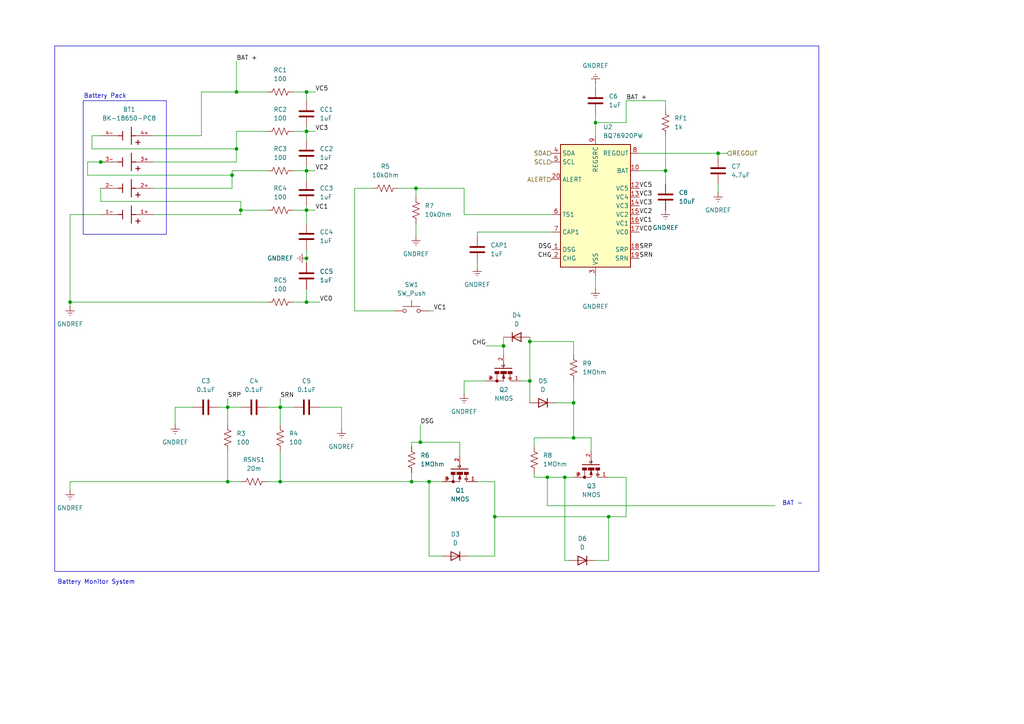
<source format=kicad_sch>
(kicad_sch
	(version 20231120)
	(generator "eeschema")
	(generator_version "8.0")
	(uuid "9f076f7f-b04a-4c79-934f-9ea532cd2259")
	(paper "A4")
	(title_block
		(title "Battery Monitor System")
		(date "2024-11-25")
		(rev "1")
		(company "AIAA Fresno State")
		(comment 1 "Author: Carlos Cortes")
	)
	(lib_symbols
		(symbol "BK-18650-PC8:BK-18650-PC8"
			(pin_names
				(offset 1.016)
			)
			(exclude_from_sim no)
			(in_bom yes)
			(on_board yes)
			(property "Reference" "BT"
				(at -3.81 13.97 0)
				(effects
					(font
						(size 1.27 1.27)
					)
					(justify left bottom)
				)
			)
			(property "Value" "BK-18650-PC8"
				(at -3.81 -17.78 0)
				(effects
					(font
						(size 1.27 1.27)
					)
					(justify left bottom)
				)
			)
			(property "Footprint" "BK-18650-PC8:BAT_BK-18650-PC8"
				(at 0 0 0)
				(effects
					(font
						(size 1.27 1.27)
					)
					(justify bottom)
					(hide yes)
				)
			)
			(property "Datasheet" ""
				(at 0 0 0)
				(effects
					(font
						(size 1.27 1.27)
					)
					(hide yes)
				)
			)
			(property "Description" ""
				(at 0 0 0)
				(effects
					(font
						(size 1.27 1.27)
					)
					(hide yes)
				)
			)
			(property "MF" "MPD"
				(at 0 0 0)
				(effects
					(font
						(size 1.27 1.27)
					)
					(justify bottom)
					(hide yes)
				)
			)
			(property "MAXIMUM_PACKAGE_HEIGHT" "21.54 mm"
				(at 0 0 0)
				(effects
					(font
						(size 1.27 1.27)
					)
					(justify bottom)
					(hide yes)
				)
			)
			(property "Package" "None"
				(at 0 0 0)
				(effects
					(font
						(size 1.27 1.27)
					)
					(justify bottom)
					(hide yes)
				)
			)
			(property "Price" "None"
				(at 0 0 0)
				(effects
					(font
						(size 1.27 1.27)
					)
					(justify bottom)
					(hide yes)
				)
			)
			(property "Check_prices" "https://www.snapeda.com/parts/BK-18650-PC8/MPD/view-part/?ref=eda"
				(at 0 0 0)
				(effects
					(font
						(size 1.27 1.27)
					)
					(justify bottom)
					(hide yes)
				)
			)
			(property "STANDARD" "Manufacturer Recommendations"
				(at 0 0 0)
				(effects
					(font
						(size 1.27 1.27)
					)
					(justify bottom)
					(hide yes)
				)
			)
			(property "PARTREV" "L"
				(at 0 0 0)
				(effects
					(font
						(size 1.27 1.27)
					)
					(justify bottom)
					(hide yes)
				)
			)
			(property "SnapEDA_Link" "https://www.snapeda.com/parts/BK-18650-PC8/MPD/view-part/?ref=snap"
				(at 0 0 0)
				(effects
					(font
						(size 1.27 1.27)
					)
					(justify bottom)
					(hide yes)
				)
			)
			(property "MP" "BK-18650-PC8"
				(at 0 0 0)
				(effects
					(font
						(size 1.27 1.27)
					)
					(justify bottom)
					(hide yes)
				)
			)
			(property "Description_1" "\n                        \n                            Battery Holder (Open) 18650 4 Cell PC Pin\n                        \n"
				(at 0 0 0)
				(effects
					(font
						(size 1.27 1.27)
					)
					(justify bottom)
					(hide yes)
				)
			)
			(property "Availability" "In Stock"
				(at 0 0 0)
				(effects
					(font
						(size 1.27 1.27)
					)
					(justify bottom)
					(hide yes)
				)
			)
			(property "MANUFACTURER" "MPD"
				(at 0 0 0)
				(effects
					(font
						(size 1.27 1.27)
					)
					(justify bottom)
					(hide yes)
				)
			)
			(symbol "BK-18650-PC8_0_0"
				(polyline
					(pts
						(xy -3.81 -10.795) (xy -2.54 -10.795)
					)
					(stroke
						(width 0.254)
						(type default)
					)
					(fill
						(type none)
					)
				)
				(polyline
					(pts
						(xy -3.81 -3.175) (xy -2.54 -3.175)
					)
					(stroke
						(width 0.254)
						(type default)
					)
					(fill
						(type none)
					)
				)
				(polyline
					(pts
						(xy -3.81 4.445) (xy -2.54 4.445)
					)
					(stroke
						(width 0.254)
						(type default)
					)
					(fill
						(type none)
					)
				)
				(polyline
					(pts
						(xy -3.81 12.065) (xy -2.54 12.065)
					)
					(stroke
						(width 0.254)
						(type default)
					)
					(fill
						(type none)
					)
				)
				(polyline
					(pts
						(xy -3.175 -10.16) (xy -3.175 -11.43)
					)
					(stroke
						(width 0.254)
						(type default)
					)
					(fill
						(type none)
					)
				)
				(polyline
					(pts
						(xy -3.175 -2.54) (xy -3.175 -3.81)
					)
					(stroke
						(width 0.254)
						(type default)
					)
					(fill
						(type none)
					)
				)
				(polyline
					(pts
						(xy -3.175 5.08) (xy -3.175 3.81)
					)
					(stroke
						(width 0.254)
						(type default)
					)
					(fill
						(type none)
					)
				)
				(polyline
					(pts
						(xy -3.175 12.7) (xy -3.175 11.43)
					)
					(stroke
						(width 0.254)
						(type default)
					)
					(fill
						(type none)
					)
				)
				(polyline
					(pts
						(xy -1.27 -12.7) (xy -2.54 -12.7)
					)
					(stroke
						(width 0.254)
						(type default)
					)
					(fill
						(type none)
					)
				)
				(polyline
					(pts
						(xy -1.27 -12.7) (xy -1.27 -15.24)
					)
					(stroke
						(width 0.254)
						(type default)
					)
					(fill
						(type none)
					)
				)
				(polyline
					(pts
						(xy -1.27 -10.16) (xy -1.27 -12.7)
					)
					(stroke
						(width 0.254)
						(type default)
					)
					(fill
						(type none)
					)
				)
				(polyline
					(pts
						(xy -1.27 -5.08) (xy -2.54 -5.08)
					)
					(stroke
						(width 0.254)
						(type default)
					)
					(fill
						(type none)
					)
				)
				(polyline
					(pts
						(xy -1.27 -5.08) (xy -1.27 -7.62)
					)
					(stroke
						(width 0.254)
						(type default)
					)
					(fill
						(type none)
					)
				)
				(polyline
					(pts
						(xy -1.27 -2.54) (xy -1.27 -5.08)
					)
					(stroke
						(width 0.254)
						(type default)
					)
					(fill
						(type none)
					)
				)
				(polyline
					(pts
						(xy -1.27 2.54) (xy -2.54 2.54)
					)
					(stroke
						(width 0.254)
						(type default)
					)
					(fill
						(type none)
					)
				)
				(polyline
					(pts
						(xy -1.27 2.54) (xy -1.27 0)
					)
					(stroke
						(width 0.254)
						(type default)
					)
					(fill
						(type none)
					)
				)
				(polyline
					(pts
						(xy -1.27 5.08) (xy -1.27 2.54)
					)
					(stroke
						(width 0.254)
						(type default)
					)
					(fill
						(type none)
					)
				)
				(polyline
					(pts
						(xy -1.27 10.16) (xy -2.54 10.16)
					)
					(stroke
						(width 0.254)
						(type default)
					)
					(fill
						(type none)
					)
				)
				(polyline
					(pts
						(xy -1.27 10.16) (xy -1.27 7.62)
					)
					(stroke
						(width 0.254)
						(type default)
					)
					(fill
						(type none)
					)
				)
				(polyline
					(pts
						(xy -1.27 12.7) (xy -1.27 10.16)
					)
					(stroke
						(width 0.254)
						(type default)
					)
					(fill
						(type none)
					)
				)
				(polyline
					(pts
						(xy 1.27 -12.7) (xy 1.27 -13.97)
					)
					(stroke
						(width 0.254)
						(type default)
					)
					(fill
						(type none)
					)
				)
				(polyline
					(pts
						(xy 1.27 -12.7) (xy 2.54 -12.7)
					)
					(stroke
						(width 0.254)
						(type default)
					)
					(fill
						(type none)
					)
				)
				(polyline
					(pts
						(xy 1.27 -11.43) (xy 1.27 -12.7)
					)
					(stroke
						(width 0.254)
						(type default)
					)
					(fill
						(type none)
					)
				)
				(polyline
					(pts
						(xy 1.27 -5.08) (xy 1.27 -6.35)
					)
					(stroke
						(width 0.254)
						(type default)
					)
					(fill
						(type none)
					)
				)
				(polyline
					(pts
						(xy 1.27 -5.08) (xy 2.54 -5.08)
					)
					(stroke
						(width 0.254)
						(type default)
					)
					(fill
						(type none)
					)
				)
				(polyline
					(pts
						(xy 1.27 -3.81) (xy 1.27 -5.08)
					)
					(stroke
						(width 0.254)
						(type default)
					)
					(fill
						(type none)
					)
				)
				(polyline
					(pts
						(xy 1.27 2.54) (xy 1.27 1.27)
					)
					(stroke
						(width 0.254)
						(type default)
					)
					(fill
						(type none)
					)
				)
				(polyline
					(pts
						(xy 1.27 2.54) (xy 2.54 2.54)
					)
					(stroke
						(width 0.254)
						(type default)
					)
					(fill
						(type none)
					)
				)
				(polyline
					(pts
						(xy 1.27 3.81) (xy 1.27 2.54)
					)
					(stroke
						(width 0.254)
						(type default)
					)
					(fill
						(type none)
					)
				)
				(polyline
					(pts
						(xy 1.27 10.16) (xy 1.27 8.89)
					)
					(stroke
						(width 0.254)
						(type default)
					)
					(fill
						(type none)
					)
				)
				(polyline
					(pts
						(xy 1.27 10.16) (xy 2.54 10.16)
					)
					(stroke
						(width 0.254)
						(type default)
					)
					(fill
						(type none)
					)
				)
				(polyline
					(pts
						(xy 1.27 11.43) (xy 1.27 10.16)
					)
					(stroke
						(width 0.254)
						(type default)
					)
					(fill
						(type none)
					)
				)
				(pin passive line
					(at -7.62 10.16 0)
					(length 5.08)
					(name "~"
						(effects
							(font
								(size 1.016 1.016)
							)
						)
					)
					(number "1+"
						(effects
							(font
								(size 1.016 1.016)
							)
						)
					)
				)
				(pin passive line
					(at 7.62 10.16 180)
					(length 5.08)
					(name "~"
						(effects
							(font
								(size 1.016 1.016)
							)
						)
					)
					(number "1-"
						(effects
							(font
								(size 1.016 1.016)
							)
						)
					)
				)
				(pin passive line
					(at -7.62 2.54 0)
					(length 5.08)
					(name "~"
						(effects
							(font
								(size 1.016 1.016)
							)
						)
					)
					(number "2+"
						(effects
							(font
								(size 1.016 1.016)
							)
						)
					)
				)
				(pin passive line
					(at 7.62 2.54 180)
					(length 5.08)
					(name "~"
						(effects
							(font
								(size 1.016 1.016)
							)
						)
					)
					(number "2-"
						(effects
							(font
								(size 1.016 1.016)
							)
						)
					)
				)
				(pin passive line
					(at -7.62 -5.08 0)
					(length 5.08)
					(name "~"
						(effects
							(font
								(size 1.016 1.016)
							)
						)
					)
					(number "3+"
						(effects
							(font
								(size 1.016 1.016)
							)
						)
					)
				)
				(pin passive line
					(at 7.62 -5.08 180)
					(length 5.08)
					(name "~"
						(effects
							(font
								(size 1.016 1.016)
							)
						)
					)
					(number "3-"
						(effects
							(font
								(size 1.016 1.016)
							)
						)
					)
				)
				(pin passive line
					(at -7.62 -12.7 0)
					(length 5.08)
					(name "~"
						(effects
							(font
								(size 1.016 1.016)
							)
						)
					)
					(number "4+"
						(effects
							(font
								(size 1.016 1.016)
							)
						)
					)
				)
				(pin passive line
					(at 7.62 -12.7 180)
					(length 5.08)
					(name "~"
						(effects
							(font
								(size 1.016 1.016)
							)
						)
					)
					(number "4-"
						(effects
							(font
								(size 1.016 1.016)
							)
						)
					)
				)
			)
		)
		(symbol "BS170:BS170"
			(pin_names
				(offset 1.016)
			)
			(exclude_from_sim no)
			(in_bom yes)
			(on_board yes)
			(property "Reference" "Q"
				(at 3.302 0.508 0)
				(effects
					(font
						(size 1.27 1.27)
					)
					(justify left bottom)
				)
			)
			(property "Value" "BS170"
				(at 3.302 -0.508 0)
				(effects
					(font
						(size 1.27 1.27)
					)
					(justify left top)
				)
			)
			(property "Footprint" "BS170:TO92"
				(at 0 0 0)
				(effects
					(font
						(size 1.27 1.27)
					)
					(justify bottom)
					(hide yes)
				)
			)
			(property "Datasheet" ""
				(at 0 0 0)
				(effects
					(font
						(size 1.27 1.27)
					)
					(hide yes)
				)
			)
			(property "Description" ""
				(at 0 0 0)
				(effects
					(font
						(size 1.27 1.27)
					)
					(hide yes)
				)
			)
			(property "MF" "onsemi"
				(at 0 0 0)
				(effects
					(font
						(size 1.27 1.27)
					)
					(justify bottom)
					(hide yes)
				)
			)
			(property "Description_1" "\n                        \n                            N-Channel 60 V 500mA (Ta) 830mW (Ta) Through Hole TO-92-3\n                        \n"
				(at 0 0 0)
				(effects
					(font
						(size 1.27 1.27)
					)
					(justify bottom)
					(hide yes)
				)
			)
			(property "Package" "TO-92-3 ON Semiconductor"
				(at 0 0 0)
				(effects
					(font
						(size 1.27 1.27)
					)
					(justify bottom)
					(hide yes)
				)
			)
			(property "Price" "None"
				(at 0 0 0)
				(effects
					(font
						(size 1.27 1.27)
					)
					(justify bottom)
					(hide yes)
				)
			)
			(property "SnapEDA_Link" "https://www.snapeda.com/parts/BS170/Onsemi/view-part/?ref=snap"
				(at 0 0 0)
				(effects
					(font
						(size 1.27 1.27)
					)
					(justify bottom)
					(hide yes)
				)
			)
			(property "MP" "BS170"
				(at 0 0 0)
				(effects
					(font
						(size 1.27 1.27)
					)
					(justify bottom)
					(hide yes)
				)
			)
			(property "Availability" "In Stock"
				(at 0 0 0)
				(effects
					(font
						(size 1.27 1.27)
					)
					(justify bottom)
					(hide yes)
				)
			)
			(property "Check_prices" "https://www.snapeda.com/parts/BS170/Onsemi/view-part/?ref=eda"
				(at 0 0 0)
				(effects
					(font
						(size 1.27 1.27)
					)
					(justify bottom)
					(hide yes)
				)
			)
			(symbol "BS170_0_0"
				(rectangle
					(start -0.254 -2.54)
					(end 0.508 -1.27)
					(stroke
						(width 0.1)
						(type default)
					)
					(fill
						(type outline)
					)
				)
				(rectangle
					(start -0.254 -0.889)
					(end 0.508 0.889)
					(stroke
						(width 0.1)
						(type default)
					)
					(fill
						(type outline)
					)
				)
				(rectangle
					(start -0.254 1.27)
					(end 0.508 2.54)
					(stroke
						(width 0.1)
						(type default)
					)
					(fill
						(type outline)
					)
				)
				(polyline
					(pts
						(xy -1.1176 0) (xy -2.54 0)
					)
					(stroke
						(width 0.1524)
						(type default)
					)
					(fill
						(type none)
					)
				)
				(polyline
					(pts
						(xy -1.1176 0) (xy -1.1176 -2.54)
					)
					(stroke
						(width 0.254)
						(type default)
					)
					(fill
						(type none)
					)
				)
				(polyline
					(pts
						(xy -1.1176 2.413) (xy -1.1176 0)
					)
					(stroke
						(width 0.254)
						(type default)
					)
					(fill
						(type none)
					)
				)
				(polyline
					(pts
						(xy 0.508 -1.905) (xy 2.54 -1.905)
					)
					(stroke
						(width 0.1524)
						(type default)
					)
					(fill
						(type none)
					)
				)
				(polyline
					(pts
						(xy 0.508 0) (xy 1.143 0)
					)
					(stroke
						(width 0.1524)
						(type default)
					)
					(fill
						(type none)
					)
				)
				(polyline
					(pts
						(xy 0.508 0) (xy 1.778 0.381)
					)
					(stroke
						(width 0.1524)
						(type default)
					)
					(fill
						(type none)
					)
				)
				(polyline
					(pts
						(xy 1.143 0) (xy 1.651 -0.127)
					)
					(stroke
						(width 0.3048)
						(type default)
					)
					(fill
						(type none)
					)
				)
				(polyline
					(pts
						(xy 1.143 0) (xy 2.54 0)
					)
					(stroke
						(width 0.1524)
						(type default)
					)
					(fill
						(type none)
					)
				)
				(polyline
					(pts
						(xy 1.651 0.127) (xy 1.143 0)
					)
					(stroke
						(width 0.3048)
						(type default)
					)
					(fill
						(type none)
					)
				)
				(polyline
					(pts
						(xy 1.778 -0.381) (xy 0.508 0)
					)
					(stroke
						(width 0.1524)
						(type default)
					)
					(fill
						(type none)
					)
				)
				(polyline
					(pts
						(xy 1.778 0.381) (xy 1.778 -0.381)
					)
					(stroke
						(width 0.1524)
						(type default)
					)
					(fill
						(type none)
					)
				)
				(polyline
					(pts
						(xy 2.54 -1.905) (xy 2.54 -2.54)
					)
					(stroke
						(width 0.1524)
						(type default)
					)
					(fill
						(type none)
					)
				)
				(polyline
					(pts
						(xy 2.54 0) (xy 2.54 -1.905)
					)
					(stroke
						(width 0.1524)
						(type default)
					)
					(fill
						(type none)
					)
				)
				(polyline
					(pts
						(xy 2.54 1.905) (xy 0.5334 1.905)
					)
					(stroke
						(width 0.1524)
						(type default)
					)
					(fill
						(type none)
					)
				)
				(polyline
					(pts
						(xy 2.54 2.54) (xy 2.54 1.905)
					)
					(stroke
						(width 0.1524)
						(type default)
					)
					(fill
						(type none)
					)
				)
				(circle
					(center 2.54 -1.905)
					(radius 0.254)
					(stroke
						(width 0.4064)
						(type default)
					)
					(fill
						(type none)
					)
				)
				(text "D"
					(at 1.27 2.413 0)
					(effects
						(font
							(size 0.8128 0.8128)
						)
						(justify left bottom)
					)
				)
				(text "G"
					(at -2.413 0.381 0)
					(effects
						(font
							(size 0.8128 0.8128)
						)
						(justify left bottom)
					)
				)
				(text "S"
					(at 1.143 -3.175 0)
					(effects
						(font
							(size 0.8128 0.8128)
						)
						(justify left bottom)
					)
				)
				(pin passive line
					(at 2.54 5.08 270)
					(length 2.54)
					(name "~"
						(effects
							(font
								(size 1.016 1.016)
							)
						)
					)
					(number "1"
						(effects
							(font
								(size 1.016 1.016)
							)
						)
					)
				)
				(pin passive line
					(at -5.08 0 0)
					(length 2.54)
					(name "~"
						(effects
							(font
								(size 1.016 1.016)
							)
						)
					)
					(number "2"
						(effects
							(font
								(size 1.016 1.016)
							)
						)
					)
				)
				(pin passive line
					(at 2.54 -5.08 90)
					(length 2.54)
					(name "~"
						(effects
							(font
								(size 1.016 1.016)
							)
						)
					)
					(number "3"
						(effects
							(font
								(size 1.016 1.016)
							)
						)
					)
				)
			)
		)
		(symbol "Battery_Management:BQ76920PW"
			(exclude_from_sim no)
			(in_bom yes)
			(on_board yes)
			(property "Reference" "U"
				(at -10.16 19.05 0)
				(effects
					(font
						(size 1.27 1.27)
					)
					(justify left)
				)
			)
			(property "Value" "BQ76920PW"
				(at 12.7 19.05 0)
				(effects
					(font
						(size 1.27 1.27)
					)
					(justify right)
				)
			)
			(property "Footprint" "Package_SO:TSSOP-20_4.4x6.5mm_P0.65mm"
				(at 22.86 -19.05 0)
				(effects
					(font
						(size 1.27 1.27)
					)
					(hide yes)
				)
			)
			(property "Datasheet" "http://www.ti.com/lit/ds/symlink/bq76920.pdf"
				(at 17.78 13.97 0)
				(effects
					(font
						(size 1.27 1.27)
					)
					(hide yes)
				)
			)
			(property "Description" "Lithium battery monitor, 3-5 cells, integrated balancing, I2C interface, TSSOP-20"
				(at 0 0 0)
				(effects
					(font
						(size 1.27 1.27)
					)
					(hide yes)
				)
			)
			(property "ki_keywords" "lithium battery balance charge afe"
				(at 0 0 0)
				(effects
					(font
						(size 1.27 1.27)
					)
					(hide yes)
				)
			)
			(property "ki_fp_filters" "TSSOP*4.4x6.5mm*P0.65mm*"
				(at 0 0 0)
				(effects
					(font
						(size 1.27 1.27)
					)
					(hide yes)
				)
			)
			(symbol "BQ76920PW_0_1"
				(rectangle
					(start -10.16 17.78)
					(end 10.16 -17.78)
					(stroke
						(width 0.254)
						(type default)
					)
					(fill
						(type background)
					)
				)
			)
			(symbol "BQ76920PW_1_0"
				(pin input line
					(at 12.7 10.16 180)
					(length 2.54)
					(name "BAT"
						(effects
							(font
								(size 1.27 1.27)
							)
						)
					)
					(number "10"
						(effects
							(font
								(size 1.27 1.27)
							)
						)
					)
				)
				(pin no_connect line
					(at -2.54 -17.78 90)
					(length 2.54) hide
					(name "NC"
						(effects
							(font
								(size 1.27 1.27)
							)
						)
					)
					(number "11"
						(effects
							(font
								(size 1.27 1.27)
							)
						)
					)
				)
				(pin input line
					(at 12.7 5.08 180)
					(length 2.54)
					(name "VC5"
						(effects
							(font
								(size 1.27 1.27)
							)
						)
					)
					(number "12"
						(effects
							(font
								(size 1.27 1.27)
							)
						)
					)
				)
				(pin input line
					(at 12.7 2.54 180)
					(length 2.54)
					(name "VC4"
						(effects
							(font
								(size 1.27 1.27)
							)
						)
					)
					(number "13"
						(effects
							(font
								(size 1.27 1.27)
							)
						)
					)
				)
				(pin input line
					(at 12.7 0 180)
					(length 2.54)
					(name "VC3"
						(effects
							(font
								(size 1.27 1.27)
							)
						)
					)
					(number "14"
						(effects
							(font
								(size 1.27 1.27)
							)
						)
					)
				)
				(pin input line
					(at 12.7 -2.54 180)
					(length 2.54)
					(name "VC2"
						(effects
							(font
								(size 1.27 1.27)
							)
						)
					)
					(number "15"
						(effects
							(font
								(size 1.27 1.27)
							)
						)
					)
				)
				(pin input line
					(at 12.7 -5.08 180)
					(length 2.54)
					(name "VC1"
						(effects
							(font
								(size 1.27 1.27)
							)
						)
					)
					(number "16"
						(effects
							(font
								(size 1.27 1.27)
							)
						)
					)
				)
				(pin input line
					(at 12.7 -7.62 180)
					(length 2.54)
					(name "VC0"
						(effects
							(font
								(size 1.27 1.27)
							)
						)
					)
					(number "17"
						(effects
							(font
								(size 1.27 1.27)
							)
						)
					)
				)
				(pin input line
					(at 12.7 -12.7 180)
					(length 2.54)
					(name "SRP"
						(effects
							(font
								(size 1.27 1.27)
							)
						)
					)
					(number "18"
						(effects
							(font
								(size 1.27 1.27)
							)
						)
					)
				)
				(pin input line
					(at 12.7 -15.24 180)
					(length 2.54)
					(name "SRN"
						(effects
							(font
								(size 1.27 1.27)
							)
						)
					)
					(number "19"
						(effects
							(font
								(size 1.27 1.27)
							)
						)
					)
				)
				(pin bidirectional line
					(at -12.7 7.62 0)
					(length 2.54)
					(name "ALERT"
						(effects
							(font
								(size 1.27 1.27)
							)
						)
					)
					(number "20"
						(effects
							(font
								(size 1.27 1.27)
							)
						)
					)
				)
				(pin passive line
					(at -12.7 -2.54 0)
					(length 2.54)
					(name "TS1"
						(effects
							(font
								(size 1.27 1.27)
							)
						)
					)
					(number "6"
						(effects
							(font
								(size 1.27 1.27)
							)
						)
					)
				)
				(pin passive line
					(at -12.7 -7.62 0)
					(length 2.54)
					(name "CAP1"
						(effects
							(font
								(size 1.27 1.27)
							)
						)
					)
					(number "7"
						(effects
							(font
								(size 1.27 1.27)
							)
						)
					)
				)
				(pin power_out line
					(at 12.7 15.24 180)
					(length 2.54)
					(name "REGOUT"
						(effects
							(font
								(size 1.27 1.27)
							)
						)
					)
					(number "8"
						(effects
							(font
								(size 1.27 1.27)
							)
						)
					)
				)
				(pin power_in line
					(at 0 20.32 270)
					(length 2.54)
					(name "REGSRC"
						(effects
							(font
								(size 1.27 1.27)
							)
						)
					)
					(number "9"
						(effects
							(font
								(size 1.27 1.27)
							)
						)
					)
				)
			)
			(symbol "BQ76920PW_1_1"
				(pin output line
					(at -12.7 -12.7 0)
					(length 2.54)
					(name "DSG"
						(effects
							(font
								(size 1.27 1.27)
							)
						)
					)
					(number "1"
						(effects
							(font
								(size 1.27 1.27)
							)
						)
					)
				)
				(pin output line
					(at -12.7 -15.24 0)
					(length 2.54)
					(name "CHG"
						(effects
							(font
								(size 1.27 1.27)
							)
						)
					)
					(number "2"
						(effects
							(font
								(size 1.27 1.27)
							)
						)
					)
				)
				(pin power_in line
					(at 0 -20.32 90)
					(length 2.54)
					(name "VSS"
						(effects
							(font
								(size 1.27 1.27)
							)
						)
					)
					(number "3"
						(effects
							(font
								(size 1.27 1.27)
							)
						)
					)
				)
				(pin bidirectional line
					(at -12.7 15.24 0)
					(length 2.54)
					(name "SDA"
						(effects
							(font
								(size 1.27 1.27)
							)
						)
					)
					(number "4"
						(effects
							(font
								(size 1.27 1.27)
							)
						)
					)
				)
				(pin input line
					(at -12.7 12.7 0)
					(length 2.54)
					(name "SCL"
						(effects
							(font
								(size 1.27 1.27)
							)
						)
					)
					(number "5"
						(effects
							(font
								(size 1.27 1.27)
							)
						)
					)
				)
			)
		)
		(symbol "Device:C"
			(pin_numbers hide)
			(pin_names
				(offset 0.254)
			)
			(exclude_from_sim no)
			(in_bom yes)
			(on_board yes)
			(property "Reference" "C"
				(at 0.635 2.54 0)
				(effects
					(font
						(size 1.27 1.27)
					)
					(justify left)
				)
			)
			(property "Value" "C"
				(at 0.635 -2.54 0)
				(effects
					(font
						(size 1.27 1.27)
					)
					(justify left)
				)
			)
			(property "Footprint" ""
				(at 0.9652 -3.81 0)
				(effects
					(font
						(size 1.27 1.27)
					)
					(hide yes)
				)
			)
			(property "Datasheet" "~"
				(at 0 0 0)
				(effects
					(font
						(size 1.27 1.27)
					)
					(hide yes)
				)
			)
			(property "Description" "Unpolarized capacitor"
				(at 0 0 0)
				(effects
					(font
						(size 1.27 1.27)
					)
					(hide yes)
				)
			)
			(property "ki_keywords" "cap capacitor"
				(at 0 0 0)
				(effects
					(font
						(size 1.27 1.27)
					)
					(hide yes)
				)
			)
			(property "ki_fp_filters" "C_*"
				(at 0 0 0)
				(effects
					(font
						(size 1.27 1.27)
					)
					(hide yes)
				)
			)
			(symbol "C_0_1"
				(polyline
					(pts
						(xy -2.032 -0.762) (xy 2.032 -0.762)
					)
					(stroke
						(width 0.508)
						(type default)
					)
					(fill
						(type none)
					)
				)
				(polyline
					(pts
						(xy -2.032 0.762) (xy 2.032 0.762)
					)
					(stroke
						(width 0.508)
						(type default)
					)
					(fill
						(type none)
					)
				)
			)
			(symbol "C_1_1"
				(pin passive line
					(at 0 3.81 270)
					(length 2.794)
					(name "~"
						(effects
							(font
								(size 1.27 1.27)
							)
						)
					)
					(number "1"
						(effects
							(font
								(size 1.27 1.27)
							)
						)
					)
				)
				(pin passive line
					(at 0 -3.81 90)
					(length 2.794)
					(name "~"
						(effects
							(font
								(size 1.27 1.27)
							)
						)
					)
					(number "2"
						(effects
							(font
								(size 1.27 1.27)
							)
						)
					)
				)
			)
		)
		(symbol "Device:R_US"
			(pin_numbers hide)
			(pin_names
				(offset 0)
			)
			(exclude_from_sim no)
			(in_bom yes)
			(on_board yes)
			(property "Reference" "R"
				(at 2.54 0 90)
				(effects
					(font
						(size 1.27 1.27)
					)
				)
			)
			(property "Value" "R_US"
				(at -2.54 0 90)
				(effects
					(font
						(size 1.27 1.27)
					)
				)
			)
			(property "Footprint" ""
				(at 1.016 -0.254 90)
				(effects
					(font
						(size 1.27 1.27)
					)
					(hide yes)
				)
			)
			(property "Datasheet" "~"
				(at 0 0 0)
				(effects
					(font
						(size 1.27 1.27)
					)
					(hide yes)
				)
			)
			(property "Description" "Resistor, US symbol"
				(at 0 0 0)
				(effects
					(font
						(size 1.27 1.27)
					)
					(hide yes)
				)
			)
			(property "ki_keywords" "R res resistor"
				(at 0 0 0)
				(effects
					(font
						(size 1.27 1.27)
					)
					(hide yes)
				)
			)
			(property "ki_fp_filters" "R_*"
				(at 0 0 0)
				(effects
					(font
						(size 1.27 1.27)
					)
					(hide yes)
				)
			)
			(symbol "R_US_0_1"
				(polyline
					(pts
						(xy 0 -2.286) (xy 0 -2.54)
					)
					(stroke
						(width 0)
						(type default)
					)
					(fill
						(type none)
					)
				)
				(polyline
					(pts
						(xy 0 2.286) (xy 0 2.54)
					)
					(stroke
						(width 0)
						(type default)
					)
					(fill
						(type none)
					)
				)
				(polyline
					(pts
						(xy 0 -0.762) (xy 1.016 -1.143) (xy 0 -1.524) (xy -1.016 -1.905) (xy 0 -2.286)
					)
					(stroke
						(width 0)
						(type default)
					)
					(fill
						(type none)
					)
				)
				(polyline
					(pts
						(xy 0 0.762) (xy 1.016 0.381) (xy 0 0) (xy -1.016 -0.381) (xy 0 -0.762)
					)
					(stroke
						(width 0)
						(type default)
					)
					(fill
						(type none)
					)
				)
				(polyline
					(pts
						(xy 0 2.286) (xy 1.016 1.905) (xy 0 1.524) (xy -1.016 1.143) (xy 0 0.762)
					)
					(stroke
						(width 0)
						(type default)
					)
					(fill
						(type none)
					)
				)
			)
			(symbol "R_US_1_1"
				(pin passive line
					(at 0 3.81 270)
					(length 1.27)
					(name "~"
						(effects
							(font
								(size 1.27 1.27)
							)
						)
					)
					(number "1"
						(effects
							(font
								(size 1.27 1.27)
							)
						)
					)
				)
				(pin passive line
					(at 0 -3.81 90)
					(length 1.27)
					(name "~"
						(effects
							(font
								(size 1.27 1.27)
							)
						)
					)
					(number "2"
						(effects
							(font
								(size 1.27 1.27)
							)
						)
					)
				)
			)
		)
		(symbol "Diode:1N4007"
			(pin_numbers hide)
			(pin_names hide)
			(exclude_from_sim no)
			(in_bom yes)
			(on_board yes)
			(property "Reference" "D"
				(at 0 2.54 0)
				(effects
					(font
						(size 1.27 1.27)
					)
				)
			)
			(property "Value" "1N4007"
				(at 0 -2.54 0)
				(effects
					(font
						(size 1.27 1.27)
					)
				)
			)
			(property "Footprint" "Diode_THT:D_DO-41_SOD81_P10.16mm_Horizontal"
				(at 0 -4.445 0)
				(effects
					(font
						(size 1.27 1.27)
					)
					(hide yes)
				)
			)
			(property "Datasheet" "http://www.vishay.com/docs/88503/1n4001.pdf"
				(at 0 0 0)
				(effects
					(font
						(size 1.27 1.27)
					)
					(hide yes)
				)
			)
			(property "Description" "1000V 1A General Purpose Rectifier Diode, DO-41"
				(at 0 0 0)
				(effects
					(font
						(size 1.27 1.27)
					)
					(hide yes)
				)
			)
			(property "Sim.Device" "D"
				(at 0 0 0)
				(effects
					(font
						(size 1.27 1.27)
					)
					(hide yes)
				)
			)
			(property "Sim.Pins" "1=K 2=A"
				(at 0 0 0)
				(effects
					(font
						(size 1.27 1.27)
					)
					(hide yes)
				)
			)
			(property "ki_keywords" "diode"
				(at 0 0 0)
				(effects
					(font
						(size 1.27 1.27)
					)
					(hide yes)
				)
			)
			(property "ki_fp_filters" "D*DO?41*"
				(at 0 0 0)
				(effects
					(font
						(size 1.27 1.27)
					)
					(hide yes)
				)
			)
			(symbol "1N4007_0_1"
				(polyline
					(pts
						(xy -1.27 1.27) (xy -1.27 -1.27)
					)
					(stroke
						(width 0.254)
						(type default)
					)
					(fill
						(type none)
					)
				)
				(polyline
					(pts
						(xy 1.27 0) (xy -1.27 0)
					)
					(stroke
						(width 0)
						(type default)
					)
					(fill
						(type none)
					)
				)
				(polyline
					(pts
						(xy 1.27 1.27) (xy 1.27 -1.27) (xy -1.27 0) (xy 1.27 1.27)
					)
					(stroke
						(width 0.254)
						(type default)
					)
					(fill
						(type none)
					)
				)
			)
			(symbol "1N4007_1_1"
				(pin passive line
					(at -3.81 0 0)
					(length 2.54)
					(name "K"
						(effects
							(font
								(size 1.27 1.27)
							)
						)
					)
					(number "1"
						(effects
							(font
								(size 1.27 1.27)
							)
						)
					)
				)
				(pin passive line
					(at 3.81 0 180)
					(length 2.54)
					(name "A"
						(effects
							(font
								(size 1.27 1.27)
							)
						)
					)
					(number "2"
						(effects
							(font
								(size 1.27 1.27)
							)
						)
					)
				)
			)
		)
		(symbol "Switch:SW_Push"
			(pin_numbers hide)
			(pin_names
				(offset 1.016) hide)
			(exclude_from_sim no)
			(in_bom yes)
			(on_board yes)
			(property "Reference" "SW"
				(at 1.27 2.54 0)
				(effects
					(font
						(size 1.27 1.27)
					)
					(justify left)
				)
			)
			(property "Value" "SW_Push"
				(at 0 -1.524 0)
				(effects
					(font
						(size 1.27 1.27)
					)
				)
			)
			(property "Footprint" ""
				(at 0 5.08 0)
				(effects
					(font
						(size 1.27 1.27)
					)
					(hide yes)
				)
			)
			(property "Datasheet" "~"
				(at 0 5.08 0)
				(effects
					(font
						(size 1.27 1.27)
					)
					(hide yes)
				)
			)
			(property "Description" "Push button switch, generic, two pins"
				(at 0 0 0)
				(effects
					(font
						(size 1.27 1.27)
					)
					(hide yes)
				)
			)
			(property "ki_keywords" "switch normally-open pushbutton push-button"
				(at 0 0 0)
				(effects
					(font
						(size 1.27 1.27)
					)
					(hide yes)
				)
			)
			(symbol "SW_Push_0_1"
				(circle
					(center -2.032 0)
					(radius 0.508)
					(stroke
						(width 0)
						(type default)
					)
					(fill
						(type none)
					)
				)
				(polyline
					(pts
						(xy 0 1.27) (xy 0 3.048)
					)
					(stroke
						(width 0)
						(type default)
					)
					(fill
						(type none)
					)
				)
				(polyline
					(pts
						(xy 2.54 1.27) (xy -2.54 1.27)
					)
					(stroke
						(width 0)
						(type default)
					)
					(fill
						(type none)
					)
				)
				(circle
					(center 2.032 0)
					(radius 0.508)
					(stroke
						(width 0)
						(type default)
					)
					(fill
						(type none)
					)
				)
				(pin passive line
					(at -5.08 0 0)
					(length 2.54)
					(name "1"
						(effects
							(font
								(size 1.27 1.27)
							)
						)
					)
					(number "1"
						(effects
							(font
								(size 1.27 1.27)
							)
						)
					)
				)
				(pin passive line
					(at 5.08 0 180)
					(length 2.54)
					(name "2"
						(effects
							(font
								(size 1.27 1.27)
							)
						)
					)
					(number "2"
						(effects
							(font
								(size 1.27 1.27)
							)
						)
					)
				)
			)
		)
		(symbol "power:GNDREF"
			(power)
			(pin_numbers hide)
			(pin_names
				(offset 0) hide)
			(exclude_from_sim no)
			(in_bom yes)
			(on_board yes)
			(property "Reference" "#PWR"
				(at 0 -6.35 0)
				(effects
					(font
						(size 1.27 1.27)
					)
					(hide yes)
				)
			)
			(property "Value" "GNDREF"
				(at 0 -3.81 0)
				(effects
					(font
						(size 1.27 1.27)
					)
				)
			)
			(property "Footprint" ""
				(at 0 0 0)
				(effects
					(font
						(size 1.27 1.27)
					)
					(hide yes)
				)
			)
			(property "Datasheet" ""
				(at 0 0 0)
				(effects
					(font
						(size 1.27 1.27)
					)
					(hide yes)
				)
			)
			(property "Description" "Power symbol creates a global label with name \"GNDREF\" , reference supply ground"
				(at 0 0 0)
				(effects
					(font
						(size 1.27 1.27)
					)
					(hide yes)
				)
			)
			(property "ki_keywords" "global power"
				(at 0 0 0)
				(effects
					(font
						(size 1.27 1.27)
					)
					(hide yes)
				)
			)
			(symbol "GNDREF_0_1"
				(polyline
					(pts
						(xy -0.635 -1.905) (xy 0.635 -1.905)
					)
					(stroke
						(width 0)
						(type default)
					)
					(fill
						(type none)
					)
				)
				(polyline
					(pts
						(xy -0.127 -2.54) (xy 0.127 -2.54)
					)
					(stroke
						(width 0)
						(type default)
					)
					(fill
						(type none)
					)
				)
				(polyline
					(pts
						(xy 0 -1.27) (xy 0 0)
					)
					(stroke
						(width 0)
						(type default)
					)
					(fill
						(type none)
					)
				)
				(polyline
					(pts
						(xy 1.27 -1.27) (xy -1.27 -1.27)
					)
					(stroke
						(width 0)
						(type default)
					)
					(fill
						(type none)
					)
				)
			)
			(symbol "GNDREF_1_1"
				(pin power_in line
					(at 0 0 270)
					(length 0)
					(name "~"
						(effects
							(font
								(size 1.27 1.27)
							)
						)
					)
					(number "1"
						(effects
							(font
								(size 1.27 1.27)
							)
						)
					)
				)
			)
		)
	)
	(junction
		(at 208.28 44.45)
		(diameter 0)
		(color 0 0 0 0)
		(uuid "0104c290-3344-422f-b215-89b8c2df8f03")
	)
	(junction
		(at 66.04 118.11)
		(diameter 0)
		(color 0 0 0 0)
		(uuid "02f8632b-6299-444c-86ca-40c6a03560ff")
	)
	(junction
		(at 172.72 35.56)
		(diameter 0)
		(color 0 0 0 0)
		(uuid "3746628a-4cbb-4663-91b5-62ce9a5a0cbb")
	)
	(junction
		(at 146.05 100.33)
		(diameter 0)
		(color 0 0 0 0)
		(uuid "3953f81e-5fd7-46bd-be9c-14ee5382d2f0")
	)
	(junction
		(at 67.31 50.8)
		(diameter 0)
		(color 0 0 0 0)
		(uuid "467cacd4-b6e9-48a2-a9c9-bd4b77af205e")
	)
	(junction
		(at 121.92 128.27)
		(diameter 0)
		(color 0 0 0 0)
		(uuid "58a91add-1dbe-477a-8efc-ab2f4d3fda22")
	)
	(junction
		(at 163.83 138.43)
		(diameter 0)
		(color 0 0 0 0)
		(uuid "58f4f6d3-c42a-4a81-bd93-096b54e9cb60")
	)
	(junction
		(at 166.37 116.84)
		(diameter 0)
		(color 0 0 0 0)
		(uuid "590dfe43-10b0-4c68-a3ae-fdc906b70317")
	)
	(junction
		(at 193.04 49.53)
		(diameter 0)
		(color 0 0 0 0)
		(uuid "616ac7b1-c9ea-484d-a422-36b94257197b")
	)
	(junction
		(at 120.65 54.61)
		(diameter 0)
		(color 0 0 0 0)
		(uuid "69109db3-fde5-4685-a27f-a297d85e7082")
	)
	(junction
		(at 88.9 87.63)
		(diameter 0)
		(color 0 0 0 0)
		(uuid "81c00399-3e01-46e2-a993-04ffee6c601d")
	)
	(junction
		(at 88.9 26.67)
		(diameter 0)
		(color 0 0 0 0)
		(uuid "8285c639-4276-4d0b-8880-0733a012cd9c")
	)
	(junction
		(at 68.58 26.67)
		(diameter 0)
		(color 0 0 0 0)
		(uuid "8527758e-8baa-4d84-a69b-3d7f268a2f8a")
	)
	(junction
		(at 153.67 99.06)
		(diameter 0)
		(color 0 0 0 0)
		(uuid "858b5751-44f8-49d5-85e3-9b59a09b884a")
	)
	(junction
		(at 29.21 46.99)
		(diameter 0)
		(color 0 0 0 0)
		(uuid "8eec2cc8-8a85-48cd-9e1c-d9f64a3c9616")
	)
	(junction
		(at 88.9 60.96)
		(diameter 0)
		(color 0 0 0 0)
		(uuid "9568e6c3-3281-4b0f-a90c-124a2dd712ff")
	)
	(junction
		(at 176.53 149.86)
		(diameter 0)
		(color 0 0 0 0)
		(uuid "9a05a688-b705-430d-8b7d-1bbbc4ea4c9b")
	)
	(junction
		(at 68.58 43.18)
		(diameter 0)
		(color 0 0 0 0)
		(uuid "9eef933a-916e-4e9d-8577-2659852b365c")
	)
	(junction
		(at 66.04 139.7)
		(diameter 0)
		(color 0 0 0 0)
		(uuid "abae1208-2baa-4759-a627-7affcec05385")
	)
	(junction
		(at 69.85 60.96)
		(diameter 0)
		(color 0 0 0 0)
		(uuid "bed1e837-c7b8-45ee-8e61-e2c6ace207c2")
	)
	(junction
		(at 81.28 139.7)
		(diameter 0)
		(color 0 0 0 0)
		(uuid "c42c8e82-def0-4353-9b3a-41e06c626f6a")
	)
	(junction
		(at 119.38 139.7)
		(diameter 0)
		(color 0 0 0 0)
		(uuid "c85b5920-db71-4705-8567-a2202bc2be85")
	)
	(junction
		(at 88.9 38.1)
		(diameter 0)
		(color 0 0 0 0)
		(uuid "c90c64c7-4048-4d2c-b5d6-ad9912a4ac4a")
	)
	(junction
		(at 124.46 139.7)
		(diameter 0)
		(color 0 0 0 0)
		(uuid "ce357ba8-d3c5-4d4d-a4ae-8d292c3f6f79")
	)
	(junction
		(at 143.51 149.86)
		(diameter 0)
		(color 0 0 0 0)
		(uuid "d5e1bc99-8e1e-4453-b964-6d084e5d96ea")
	)
	(junction
		(at 88.9 74.93)
		(diameter 0)
		(color 0 0 0 0)
		(uuid "da4a9061-03ad-4dd1-a56a-35ecfae25c6e")
	)
	(junction
		(at 166.37 127)
		(diameter 0)
		(color 0 0 0 0)
		(uuid "de53a850-4787-48b3-8622-964bac105f17")
	)
	(junction
		(at 88.9 49.53)
		(diameter 0)
		(color 0 0 0 0)
		(uuid "e7ebc57d-4824-43de-b812-c98f3bbab89c")
	)
	(junction
		(at 20.32 87.63)
		(diameter 0)
		(color 0 0 0 0)
		(uuid "ef6c0b9e-ef7b-4d94-9759-ac8b63584bb7")
	)
	(junction
		(at 81.28 118.11)
		(diameter 0)
		(color 0 0 0 0)
		(uuid "f67ed15b-4076-40dd-9dcd-cf0e3f1ee690")
	)
	(junction
		(at 153.67 110.49)
		(diameter 0)
		(color 0 0 0 0)
		(uuid "f96966ae-13f5-4e18-93ee-97d4a8dd1546")
	)
	(junction
		(at 158.75 138.43)
		(diameter 0)
		(color 0 0 0 0)
		(uuid "fa1dd07c-7954-4d70-b9fe-21c45fba3589")
	)
	(wire
		(pts
			(xy 81.28 139.7) (xy 77.47 139.7)
		)
		(stroke
			(width 0)
			(type default)
		)
		(uuid "002a38ce-cc83-462f-93d3-521a892e24d7")
	)
	(wire
		(pts
			(xy 20.32 139.7) (xy 20.32 142.24)
		)
		(stroke
			(width 0)
			(type default)
		)
		(uuid "0041ad54-879f-42f2-a3b6-14c75f719a86")
	)
	(wire
		(pts
			(xy 143.51 149.86) (xy 143.51 139.7)
		)
		(stroke
			(width 0)
			(type default)
		)
		(uuid "020c3869-d3b2-4ebc-9259-688d6de2b9b7")
	)
	(wire
		(pts
			(xy 68.58 26.67) (xy 68.58 17.78)
		)
		(stroke
			(width 0)
			(type default)
		)
		(uuid "04bd9196-e73a-4fbb-aa38-dbc18b70f5a0")
	)
	(wire
		(pts
			(xy 69.85 62.23) (xy 69.85 60.96)
		)
		(stroke
			(width 0)
			(type default)
		)
		(uuid "06397fca-c735-42af-9c3d-cc732d6d30ef")
	)
	(wire
		(pts
			(xy 55.88 118.11) (xy 50.8 118.11)
		)
		(stroke
			(width 0)
			(type default)
		)
		(uuid "08ccdda1-3121-49ee-a88e-8f850c93e28e")
	)
	(wire
		(pts
			(xy 63.5 118.11) (xy 66.04 118.11)
		)
		(stroke
			(width 0)
			(type default)
		)
		(uuid "09d703d2-718f-492a-bdb3-09f39bcf13b6")
	)
	(wire
		(pts
			(xy 134.62 54.61) (xy 120.65 54.61)
		)
		(stroke
			(width 0)
			(type default)
		)
		(uuid "0dd631cf-a68d-49e4-9453-f08510c0c9d8")
	)
	(wire
		(pts
			(xy 26.67 39.37) (xy 26.67 43.18)
		)
		(stroke
			(width 0)
			(type default)
		)
		(uuid "0fc882d1-24a7-4d04-ae03-c70862cf631e")
	)
	(wire
		(pts
			(xy 193.04 49.53) (xy 193.04 39.37)
		)
		(stroke
			(width 0)
			(type default)
		)
		(uuid "0fd273f7-24b6-400f-8746-a161e5086f81")
	)
	(wire
		(pts
			(xy 85.09 38.1) (xy 88.9 38.1)
		)
		(stroke
			(width 0)
			(type default)
		)
		(uuid "10b98ccb-6621-440a-b326-8f776811df0c")
	)
	(wire
		(pts
			(xy 153.67 110.49) (xy 153.67 116.84)
		)
		(stroke
			(width 0)
			(type default)
		)
		(uuid "10ec0367-0310-4280-80d4-66dba6449664")
	)
	(wire
		(pts
			(xy 171.45 127) (xy 171.45 130.81)
		)
		(stroke
			(width 0)
			(type default)
		)
		(uuid "121477f0-5c1f-42ee-b03d-706ec32e61a8")
	)
	(wire
		(pts
			(xy 172.72 35.56) (xy 181.61 35.56)
		)
		(stroke
			(width 0)
			(type default)
		)
		(uuid "1570c59c-5642-439f-aa54-8db68046b472")
	)
	(wire
		(pts
			(xy 120.65 64.77) (xy 120.65 68.58)
		)
		(stroke
			(width 0)
			(type default)
		)
		(uuid "1634f179-3830-4881-a290-6b467deb492b")
	)
	(wire
		(pts
			(xy 66.04 130.81) (xy 66.04 139.7)
		)
		(stroke
			(width 0)
			(type default)
		)
		(uuid "16f79e0d-1936-4a69-a696-d8339f811c3c")
	)
	(wire
		(pts
			(xy 125.73 90.17) (xy 124.46 90.17)
		)
		(stroke
			(width 0)
			(type default)
		)
		(uuid "17ecd85f-76ac-4c24-a4fa-ba5e4646731f")
	)
	(wire
		(pts
			(xy 181.61 35.56) (xy 181.61 29.21)
		)
		(stroke
			(width 0)
			(type default)
		)
		(uuid "1b4cfc8f-ef5c-4e97-a15b-d3e2b1ede619")
	)
	(wire
		(pts
			(xy 58.42 39.37) (xy 58.42 26.67)
		)
		(stroke
			(width 0)
			(type default)
		)
		(uuid "1caacb75-176b-4675-ae60-b13a9aa89798")
	)
	(wire
		(pts
			(xy 26.67 43.18) (xy 68.58 43.18)
		)
		(stroke
			(width 0)
			(type default)
		)
		(uuid "1ccaae35-f230-499c-86d6-5c3dccd5c064")
	)
	(wire
		(pts
			(xy 153.67 99.06) (xy 153.67 110.49)
		)
		(stroke
			(width 0)
			(type default)
		)
		(uuid "1ccd0adf-231e-4148-8fe6-3b7514257739")
	)
	(wire
		(pts
			(xy 158.75 146.685) (xy 224.79 146.685)
		)
		(stroke
			(width 0)
			(type default)
		)
		(uuid "20f510ef-a15d-4151-92c9-9c17250de87d")
	)
	(wire
		(pts
			(xy 44.45 62.23) (xy 69.85 62.23)
		)
		(stroke
			(width 0)
			(type default)
		)
		(uuid "21cc5382-2cb2-480b-88af-7dd91cc30ca2")
	)
	(wire
		(pts
			(xy 88.9 49.53) (xy 88.9 52.07)
		)
		(stroke
			(width 0)
			(type default)
		)
		(uuid "223c7ce6-a68b-4d40-89a3-d5807c058753")
	)
	(wire
		(pts
			(xy 166.37 116.84) (xy 166.37 127)
		)
		(stroke
			(width 0)
			(type default)
		)
		(uuid "227f992b-54af-46c9-b75b-ca4f82b9bd83")
	)
	(wire
		(pts
			(xy 153.67 97.79) (xy 153.67 99.06)
		)
		(stroke
			(width 0)
			(type default)
		)
		(uuid "234c9584-41ea-4003-beca-6aaea517c66c")
	)
	(wire
		(pts
			(xy 185.42 44.45) (xy 208.28 44.45)
		)
		(stroke
			(width 0)
			(type default)
		)
		(uuid "241f32f8-91fa-46d5-815b-eb517e84df8b")
	)
	(wire
		(pts
			(xy 124.46 139.7) (xy 128.27 139.7)
		)
		(stroke
			(width 0)
			(type default)
		)
		(uuid "2480196c-85b2-4849-8613-583eef97a7b8")
	)
	(wire
		(pts
			(xy 88.9 36.83) (xy 88.9 38.1)
		)
		(stroke
			(width 0)
			(type default)
		)
		(uuid "24f4f280-f0fd-4bb9-aee0-4aa6725bed06")
	)
	(wire
		(pts
			(xy 161.29 116.84) (xy 166.37 116.84)
		)
		(stroke
			(width 0)
			(type default)
		)
		(uuid "25eab3ab-7233-489e-bbe1-2375fe8b2748")
	)
	(wire
		(pts
			(xy 81.28 130.81) (xy 81.28 139.7)
		)
		(stroke
			(width 0)
			(type default)
		)
		(uuid "28e1498f-7faa-41dd-b7b0-e9daf5472457")
	)
	(wire
		(pts
			(xy 66.04 115.57) (xy 66.04 118.11)
		)
		(stroke
			(width 0)
			(type default)
		)
		(uuid "2a515304-b09f-49e5-bc54-4bfb5ed11ef5")
	)
	(wire
		(pts
			(xy 66.04 118.11) (xy 66.04 123.19)
		)
		(stroke
			(width 0)
			(type default)
		)
		(uuid "2bd4b47d-fe2b-41f1-916b-fbaa42df1379")
	)
	(wire
		(pts
			(xy 146.05 97.79) (xy 146.05 100.33)
		)
		(stroke
			(width 0)
			(type default)
		)
		(uuid "2c7e9ca5-3c26-4c64-bda6-6b2fa60e5ae3")
	)
	(wire
		(pts
			(xy 29.21 54.61) (xy 29.21 58.42)
		)
		(stroke
			(width 0)
			(type default)
		)
		(uuid "2e4f27a2-7f5f-45e2-bfbf-e94109dd22a0")
	)
	(wire
		(pts
			(xy 163.83 138.43) (xy 158.75 138.43)
		)
		(stroke
			(width 0)
			(type default)
		)
		(uuid "2ecd9aaa-00b6-44e7-812f-63b4a66534f6")
	)
	(wire
		(pts
			(xy 140.97 110.49) (xy 134.62 110.49)
		)
		(stroke
			(width 0)
			(type default)
		)
		(uuid "2ece9b9f-6412-40a9-b64c-c6115f14a2e9")
	)
	(wire
		(pts
			(xy 158.75 138.43) (xy 154.94 138.43)
		)
		(stroke
			(width 0)
			(type default)
		)
		(uuid "2f425607-ca96-4c91-9cd9-2dacc7799826")
	)
	(wire
		(pts
			(xy 85.09 60.96) (xy 88.9 60.96)
		)
		(stroke
			(width 0)
			(type default)
		)
		(uuid "2f9ca5bb-e6ac-4526-be25-2f50a9ef3c20")
	)
	(wire
		(pts
			(xy 85.09 26.67) (xy 88.9 26.67)
		)
		(stroke
			(width 0)
			(type default)
		)
		(uuid "383411aa-656a-436f-8628-3c5fc162e54c")
	)
	(wire
		(pts
			(xy 119.38 128.27) (xy 121.92 128.27)
		)
		(stroke
			(width 0)
			(type default)
		)
		(uuid "38546a8a-9c48-4330-af0b-2ea75135605b")
	)
	(wire
		(pts
			(xy 176.53 138.43) (xy 181.61 138.43)
		)
		(stroke
			(width 0)
			(type default)
		)
		(uuid "3a2d3501-acda-4e04-a09f-9defe44faf5a")
	)
	(wire
		(pts
			(xy 119.38 137.16) (xy 119.38 139.7)
		)
		(stroke
			(width 0)
			(type default)
		)
		(uuid "40744a85-1a95-415a-8fd5-177ee19694b3")
	)
	(wire
		(pts
			(xy 193.04 29.21) (xy 193.04 31.75)
		)
		(stroke
			(width 0)
			(type default)
		)
		(uuid "41613c4f-bd78-4cf0-a6cf-adba5183f070")
	)
	(wire
		(pts
			(xy 166.37 127) (xy 171.45 127)
		)
		(stroke
			(width 0)
			(type default)
		)
		(uuid "41d54659-53b0-4f42-b27a-27f31d176048")
	)
	(wire
		(pts
			(xy 166.37 99.06) (xy 153.67 99.06)
		)
		(stroke
			(width 0)
			(type default)
		)
		(uuid "489ee950-2f4e-4531-8930-e8a294224676")
	)
	(wire
		(pts
			(xy 181.61 138.43) (xy 181.61 149.86)
		)
		(stroke
			(width 0)
			(type default)
		)
		(uuid "4d247361-e1e8-44a6-9d1a-735a540b556f")
	)
	(wire
		(pts
			(xy 85.09 87.63) (xy 88.9 87.63)
		)
		(stroke
			(width 0)
			(type default)
		)
		(uuid "4d48d6ff-df93-4258-91b8-4846d07f9007")
	)
	(wire
		(pts
			(xy 160.02 62.23) (xy 134.62 62.23)
		)
		(stroke
			(width 0)
			(type default)
		)
		(uuid "4ec21197-6799-4887-8274-a8e65658ccc9")
	)
	(wire
		(pts
			(xy 88.9 38.1) (xy 88.9 40.64)
		)
		(stroke
			(width 0)
			(type default)
		)
		(uuid "501144b3-9571-475f-8bb4-5af892b46367")
	)
	(wire
		(pts
			(xy 25.4 46.99) (xy 29.21 46.99)
		)
		(stroke
			(width 0)
			(type default)
		)
		(uuid "50c96f0f-e44b-4bbb-a812-841855654f27")
	)
	(wire
		(pts
			(xy 91.44 38.1) (xy 88.9 38.1)
		)
		(stroke
			(width 0)
			(type default)
		)
		(uuid "536b51e9-1e96-436b-a451-4f9c1574394e")
	)
	(wire
		(pts
			(xy 81.28 118.11) (xy 85.09 118.11)
		)
		(stroke
			(width 0)
			(type default)
		)
		(uuid "544e4e09-93af-4900-9f68-d5cfc0cbec92")
	)
	(wire
		(pts
			(xy 151.13 110.49) (xy 153.67 110.49)
		)
		(stroke
			(width 0)
			(type default)
		)
		(uuid "54d1f587-14db-4caa-b219-39632d8e4b6f")
	)
	(wire
		(pts
			(xy 135.89 161.29) (xy 143.51 161.29)
		)
		(stroke
			(width 0)
			(type default)
		)
		(uuid "586a285e-e500-4755-ab95-d0a848b7eb5c")
	)
	(wire
		(pts
			(xy 88.9 26.67) (xy 88.9 29.21)
		)
		(stroke
			(width 0)
			(type default)
		)
		(uuid "5b8a82c7-ea0d-4dfa-87ad-fb2d7450031f")
	)
	(wire
		(pts
			(xy 67.31 50.8) (xy 25.4 50.8)
		)
		(stroke
			(width 0)
			(type default)
		)
		(uuid "5da2a7c6-8427-48a2-b74f-e80be29c7036")
	)
	(wire
		(pts
			(xy 124.46 139.7) (xy 124.46 161.29)
		)
		(stroke
			(width 0)
			(type default)
		)
		(uuid "646f9b38-33c3-40cb-8dfc-38bc22572ea4")
	)
	(wire
		(pts
			(xy 20.32 87.63) (xy 77.47 87.63)
		)
		(stroke
			(width 0)
			(type default)
		)
		(uuid "6636ac0f-4855-4983-a942-7db5484d1eaf")
	)
	(wire
		(pts
			(xy 99.06 118.11) (xy 99.06 124.46)
		)
		(stroke
			(width 0)
			(type default)
		)
		(uuid "67e48804-f4a5-48bd-b9b6-5c7f71d476b8")
	)
	(wire
		(pts
			(xy 154.94 129.54) (xy 154.94 127)
		)
		(stroke
			(width 0)
			(type default)
		)
		(uuid "6cb60f95-9841-4b96-97a5-3fae5f5ca27f")
	)
	(wire
		(pts
			(xy 172.72 80.01) (xy 172.72 83.82)
		)
		(stroke
			(width 0)
			(type default)
		)
		(uuid "6d7f71f1-9a22-4f2e-ab6b-9a3708537697")
	)
	(wire
		(pts
			(xy 91.44 26.67) (xy 88.9 26.67)
		)
		(stroke
			(width 0)
			(type default)
		)
		(uuid "6df165d9-e9e2-4b19-a876-0363ac655798")
	)
	(wire
		(pts
			(xy 44.45 46.99) (xy 68.58 46.99)
		)
		(stroke
			(width 0)
			(type default)
		)
		(uuid "6e85f990-822f-4829-a9e1-52094e7b23e4")
	)
	(wire
		(pts
			(xy 134.62 62.23) (xy 134.62 54.61)
		)
		(stroke
			(width 0)
			(type default)
		)
		(uuid "74954e92-65b1-4ab2-a6c4-73c7d0f5e6c8")
	)
	(wire
		(pts
			(xy 68.58 26.67) (xy 77.47 26.67)
		)
		(stroke
			(width 0)
			(type default)
		)
		(uuid "7500d21f-7288-40ca-a902-6ac6bc53f5ce")
	)
	(wire
		(pts
			(xy 176.53 149.86) (xy 143.51 149.86)
		)
		(stroke
			(width 0)
			(type default)
		)
		(uuid "76f846a6-691c-4c87-b17b-83a9bb10a4aa")
	)
	(wire
		(pts
			(xy 176.53 162.56) (xy 176.53 149.86)
		)
		(stroke
			(width 0)
			(type default)
		)
		(uuid "7a51d9cb-e4be-4cbd-b7ef-9d0d9bd611c4")
	)
	(wire
		(pts
			(xy 114.3 90.17) (xy 102.87 90.17)
		)
		(stroke
			(width 0)
			(type default)
		)
		(uuid "7aed79e3-ca25-48f5-b893-5f8bfb7cf109")
	)
	(wire
		(pts
			(xy 172.72 25.4) (xy 172.72 24.13)
		)
		(stroke
			(width 0)
			(type default)
		)
		(uuid "7c8a4ecd-6ddd-4353-ad36-7ed1f4540cba")
	)
	(wire
		(pts
			(xy 166.37 110.49) (xy 166.37 116.84)
		)
		(stroke
			(width 0)
			(type default)
		)
		(uuid "7cb5aae5-fd92-406e-91c4-98c2258db999")
	)
	(wire
		(pts
			(xy 154.94 127) (xy 166.37 127)
		)
		(stroke
			(width 0)
			(type default)
		)
		(uuid "846b300b-62b3-4b9c-8310-05203633ca2b")
	)
	(wire
		(pts
			(xy 92.71 87.63) (xy 88.9 87.63)
		)
		(stroke
			(width 0)
			(type default)
		)
		(uuid "86589f6f-e950-4306-bdd4-45aee3961229")
	)
	(wire
		(pts
			(xy 208.28 53.34) (xy 208.28 55.88)
		)
		(stroke
			(width 0)
			(type default)
		)
		(uuid "884fb210-613c-4d3a-b3ec-e8d4eef84656")
	)
	(wire
		(pts
			(xy 25.4 50.8) (xy 25.4 46.99)
		)
		(stroke
			(width 0)
			(type default)
		)
		(uuid "88730896-2842-418e-b4ab-da1612808890")
	)
	(wire
		(pts
			(xy 181.61 149.86) (xy 176.53 149.86)
		)
		(stroke
			(width 0)
			(type default)
		)
		(uuid "88b0270b-8ecd-4f1a-8574-adf414c8edae")
	)
	(wire
		(pts
			(xy 172.72 33.02) (xy 172.72 35.56)
		)
		(stroke
			(width 0)
			(type default)
		)
		(uuid "89cb9e61-b289-4095-b64e-da475322eec0")
	)
	(wire
		(pts
			(xy 50.8 118.11) (xy 50.8 123.19)
		)
		(stroke
			(width 0)
			(type default)
		)
		(uuid "8cdbea27-6b0e-4ace-bcf3-5dadcd960b94")
	)
	(wire
		(pts
			(xy 68.58 46.99) (xy 68.58 43.18)
		)
		(stroke
			(width 0)
			(type default)
		)
		(uuid "8d242798-70be-483e-b859-5be7313825d9")
	)
	(wire
		(pts
			(xy 91.44 60.96) (xy 88.9 60.96)
		)
		(stroke
			(width 0)
			(type default)
		)
		(uuid "8e8d5209-4e40-4752-81e5-733a0799be83")
	)
	(wire
		(pts
			(xy 91.44 49.53) (xy 88.9 49.53)
		)
		(stroke
			(width 0)
			(type default)
		)
		(uuid "901b02dd-09c1-4b49-a496-99350db4a16a")
	)
	(wire
		(pts
			(xy 119.38 129.54) (xy 119.38 128.27)
		)
		(stroke
			(width 0)
			(type default)
		)
		(uuid "92fe9aea-6aae-4065-bab7-ea59a21cd853")
	)
	(wire
		(pts
			(xy 44.45 39.37) (xy 58.42 39.37)
		)
		(stroke
			(width 0)
			(type default)
		)
		(uuid "94910c97-1024-4d95-9368-f7e6cf3ecd25")
	)
	(wire
		(pts
			(xy 172.72 162.56) (xy 176.53 162.56)
		)
		(stroke
			(width 0)
			(type default)
		)
		(uuid "9703e3c9-7ec5-4a50-b3f3-17915cf60d59")
	)
	(wire
		(pts
			(xy 133.35 128.27) (xy 133.35 132.08)
		)
		(stroke
			(width 0)
			(type default)
		)
		(uuid "98525f16-7948-4902-a45a-44dfb5c74f39")
	)
	(wire
		(pts
			(xy 81.28 115.57) (xy 81.28 118.11)
		)
		(stroke
			(width 0)
			(type default)
		)
		(uuid "99f5df9b-e963-4bb9-816f-cb98b460bc12")
	)
	(wire
		(pts
			(xy 68.58 38.1) (xy 77.47 38.1)
		)
		(stroke
			(width 0)
			(type default)
		)
		(uuid "9aeb93e0-e970-41e7-864d-6b9b0092bd5b")
	)
	(wire
		(pts
			(xy 81.28 118.11) (xy 81.28 123.19)
		)
		(stroke
			(width 0)
			(type default)
		)
		(uuid "9b880530-b2c4-43d8-9a4f-8e84525d3f35")
	)
	(wire
		(pts
			(xy 158.75 138.43) (xy 158.75 146.685)
		)
		(stroke
			(width 0)
			(type default)
		)
		(uuid "9bf969b6-0a1a-4ba4-bd06-cf3045d4f3e9")
	)
	(wire
		(pts
			(xy 121.92 123.19) (xy 121.92 128.27)
		)
		(stroke
			(width 0)
			(type default)
		)
		(uuid "9cfa58d4-a9ef-406d-9ab3-076240f6cd1c")
	)
	(wire
		(pts
			(xy 67.31 54.61) (xy 67.31 50.8)
		)
		(stroke
			(width 0)
			(type default)
		)
		(uuid "9e1a9cf9-d2a7-473c-872e-51406ced18bc")
	)
	(wire
		(pts
			(xy 154.94 138.43) (xy 154.94 137.16)
		)
		(stroke
			(width 0)
			(type default)
		)
		(uuid "a0a5c6ee-ba27-4301-8aec-9c6d10b88fe8")
	)
	(wire
		(pts
			(xy 66.04 118.11) (xy 69.85 118.11)
		)
		(stroke
			(width 0)
			(type default)
		)
		(uuid "a0bfecde-40fa-446c-99d8-3f9b81a6c2cc")
	)
	(wire
		(pts
			(xy 29.21 46.99) (xy 30.48 46.99)
		)
		(stroke
			(width 0)
			(type default)
		)
		(uuid "a1c78e23-2997-4580-bcdc-51e3181d8685")
	)
	(wire
		(pts
			(xy 20.32 88.9) (xy 20.32 87.63)
		)
		(stroke
			(width 0)
			(type default)
		)
		(uuid "a6839004-24b7-4540-bb43-24c742012bcb")
	)
	(wire
		(pts
			(xy 66.04 139.7) (xy 69.85 139.7)
		)
		(stroke
			(width 0)
			(type default)
		)
		(uuid "a6b229ba-a419-4d53-b25e-bd86aca7ecc0")
	)
	(wire
		(pts
			(xy 69.85 58.42) (xy 69.85 60.96)
		)
		(stroke
			(width 0)
			(type default)
		)
		(uuid "aae7599b-c26e-4f14-ada3-f4981fc896d9")
	)
	(wire
		(pts
			(xy 88.9 72.39) (xy 88.9 74.93)
		)
		(stroke
			(width 0)
			(type default)
		)
		(uuid "ac48854d-787d-416f-ae86-8c45a64beefa")
	)
	(wire
		(pts
			(xy 29.21 39.37) (xy 26.67 39.37)
		)
		(stroke
			(width 0)
			(type default)
		)
		(uuid "acdf3843-68ab-4252-8948-6cc324b3f810")
	)
	(wire
		(pts
			(xy 160.02 67.31) (xy 138.43 67.31)
		)
		(stroke
			(width 0)
			(type default)
		)
		(uuid "ae3fdf04-250e-493e-97d9-b991da6bda50")
	)
	(wire
		(pts
			(xy 166.37 102.87) (xy 166.37 99.06)
		)
		(stroke
			(width 0)
			(type default)
		)
		(uuid "af69fd60-9c73-48b3-885e-b232233d3d0c")
	)
	(wire
		(pts
			(xy 58.42 26.67) (xy 68.58 26.67)
		)
		(stroke
			(width 0)
			(type default)
		)
		(uuid "b2465eeb-cee8-438e-a71b-7379bf98add0")
	)
	(wire
		(pts
			(xy 44.45 54.61) (xy 67.31 54.61)
		)
		(stroke
			(width 0)
			(type default)
		)
		(uuid "b3beb62b-8da6-4737-9d2f-f5dc1d3efa9a")
	)
	(wire
		(pts
			(xy 134.62 110.49) (xy 134.62 114.3)
		)
		(stroke
			(width 0)
			(type default)
		)
		(uuid "b46aef9f-f7c8-4eeb-aace-8378d1ec89bd")
	)
	(wire
		(pts
			(xy 102.87 54.61) (xy 107.95 54.61)
		)
		(stroke
			(width 0)
			(type default)
		)
		(uuid "b49bc805-2c2d-4722-b1f0-872b088a68f8")
	)
	(wire
		(pts
			(xy 88.9 48.26) (xy 88.9 49.53)
		)
		(stroke
			(width 0)
			(type default)
		)
		(uuid "b4c3df20-b809-4733-a0cb-c0a0b926b7a4")
	)
	(wire
		(pts
			(xy 66.04 139.7) (xy 20.32 139.7)
		)
		(stroke
			(width 0)
			(type default)
		)
		(uuid "b5b59ebd-5de2-41d7-8c5f-71bb790cc25c")
	)
	(wire
		(pts
			(xy 102.87 90.17) (xy 102.87 54.61)
		)
		(stroke
			(width 0)
			(type default)
		)
		(uuid "b791af57-3fff-4987-8e8b-679250b9289f")
	)
	(wire
		(pts
			(xy 85.09 49.53) (xy 88.9 49.53)
		)
		(stroke
			(width 0)
			(type default)
		)
		(uuid "ba4c7a04-fb1a-43bf-a808-e52c7f5369df")
	)
	(wire
		(pts
			(xy 115.57 54.61) (xy 120.65 54.61)
		)
		(stroke
			(width 0)
			(type default)
		)
		(uuid "bd301ee8-cf00-4505-9ac3-78bd644a4465")
	)
	(wire
		(pts
			(xy 67.31 50.8) (xy 67.31 49.53)
		)
		(stroke
			(width 0)
			(type default)
		)
		(uuid "bf25578c-2c83-49d4-9147-778e702faa9a")
	)
	(wire
		(pts
			(xy 88.9 74.93) (xy 88.9 76.2)
		)
		(stroke
			(width 0)
			(type default)
		)
		(uuid "c1582611-9cd6-4d76-97a0-f6ac773faa81")
	)
	(wire
		(pts
			(xy 185.42 49.53) (xy 193.04 49.53)
		)
		(stroke
			(width 0)
			(type default)
		)
		(uuid "c7fc7612-fb4a-44c7-af41-167f2224fdac")
	)
	(wire
		(pts
			(xy 88.9 59.69) (xy 88.9 60.96)
		)
		(stroke
			(width 0)
			(type default)
		)
		(uuid "ccd50ec2-beb4-4a5a-b90a-b0b66686cad4")
	)
	(wire
		(pts
			(xy 143.51 139.7) (xy 138.43 139.7)
		)
		(stroke
			(width 0)
			(type default)
		)
		(uuid "cd4ccb74-1beb-4260-af85-df2ec58fbf58")
	)
	(wire
		(pts
			(xy 138.43 76.2) (xy 138.43 77.47)
		)
		(stroke
			(width 0)
			(type default)
		)
		(uuid "cd7c66e1-b88a-49ab-add6-99abe66a6f4f")
	)
	(wire
		(pts
			(xy 172.72 35.56) (xy 172.72 39.37)
		)
		(stroke
			(width 0)
			(type default)
		)
		(uuid "cf5808cd-ff9d-4a57-9e7d-d64f83ce074e")
	)
	(wire
		(pts
			(xy 165.1 162.56) (xy 163.83 162.56)
		)
		(stroke
			(width 0)
			(type default)
		)
		(uuid "d0e74e03-4792-40c3-bbbd-816f0b7c4188")
	)
	(wire
		(pts
			(xy 193.04 49.53) (xy 193.04 53.34)
		)
		(stroke
			(width 0)
			(type default)
		)
		(uuid "d13c503f-74c4-45eb-a753-6a36f34c0b6d")
	)
	(wire
		(pts
			(xy 77.47 118.11) (xy 81.28 118.11)
		)
		(stroke
			(width 0)
			(type default)
		)
		(uuid "d205c639-af54-47bb-9a16-65df95a03e18")
	)
	(wire
		(pts
			(xy 138.43 67.31) (xy 138.43 68.58)
		)
		(stroke
			(width 0)
			(type default)
		)
		(uuid "d6124432-e7bc-4308-9014-130f0d7e4f94")
	)
	(wire
		(pts
			(xy 140.97 100.33) (xy 146.05 100.33)
		)
		(stroke
			(width 0)
			(type default)
		)
		(uuid "d9c462aa-875a-4701-9cf3-096aeecefd92")
	)
	(wire
		(pts
			(xy 120.65 54.61) (xy 120.65 57.15)
		)
		(stroke
			(width 0)
			(type default)
		)
		(uuid "da688224-9339-4213-990e-5cda8f3fc891")
	)
	(wire
		(pts
			(xy 29.21 58.42) (xy 69.85 58.42)
		)
		(stroke
			(width 0)
			(type default)
		)
		(uuid "da8c2fa4-78c3-428f-95ca-e7d5837740e8")
	)
	(wire
		(pts
			(xy 29.21 62.23) (xy 20.32 62.23)
		)
		(stroke
			(width 0)
			(type default)
		)
		(uuid "da8dbbcf-e37e-4f34-955e-8d38adab0afa")
	)
	(wire
		(pts
			(xy 92.71 118.11) (xy 99.06 118.11)
		)
		(stroke
			(width 0)
			(type default)
		)
		(uuid "dc0e4be2-9c3f-4fae-b4b1-79dd47a1f9c1")
	)
	(wire
		(pts
			(xy 208.28 44.45) (xy 210.82 44.45)
		)
		(stroke
			(width 0)
			(type default)
		)
		(uuid "ded21431-50cd-418c-b3b0-ed96802de1a2")
	)
	(wire
		(pts
			(xy 20.32 62.23) (xy 20.32 87.63)
		)
		(stroke
			(width 0)
			(type default)
		)
		(uuid "df6e337c-310b-4492-82b5-51e549e38904")
	)
	(wire
		(pts
			(xy 67.31 49.53) (xy 77.47 49.53)
		)
		(stroke
			(width 0)
			(type default)
		)
		(uuid "e22a8615-4a28-464c-a5f6-5c35f1032893")
	)
	(wire
		(pts
			(xy 121.92 128.27) (xy 133.35 128.27)
		)
		(stroke
			(width 0)
			(type default)
		)
		(uuid "e4b93f7d-7f42-46bd-ab7e-4d9338f62f7f")
	)
	(wire
		(pts
			(xy 166.37 138.43) (xy 163.83 138.43)
		)
		(stroke
			(width 0)
			(type default)
		)
		(uuid "e64d08df-6033-4755-b16f-ca73b06bcb5a")
	)
	(wire
		(pts
			(xy 69.85 60.96) (xy 77.47 60.96)
		)
		(stroke
			(width 0)
			(type default)
		)
		(uuid "e6ce1133-fca8-456b-837a-e671e6e75e01")
	)
	(wire
		(pts
			(xy 81.28 139.7) (xy 119.38 139.7)
		)
		(stroke
			(width 0)
			(type default)
		)
		(uuid "e6f728b4-4193-4c30-9c63-7d5f0e0bed9b")
	)
	(wire
		(pts
			(xy 181.61 29.21) (xy 193.04 29.21)
		)
		(stroke
			(width 0)
			(type default)
		)
		(uuid "e815cc8d-5875-4c9c-9957-d7b4f277ec09")
	)
	(wire
		(pts
			(xy 119.38 139.7) (xy 124.46 139.7)
		)
		(stroke
			(width 0)
			(type default)
		)
		(uuid "e8e0f214-f68f-48ac-baa0-bad1025fea9d")
	)
	(wire
		(pts
			(xy 88.9 60.96) (xy 88.9 64.77)
		)
		(stroke
			(width 0)
			(type default)
		)
		(uuid "e9bf1319-01be-4071-a623-e13163912819")
	)
	(wire
		(pts
			(xy 88.9 87.63) (xy 88.9 83.82)
		)
		(stroke
			(width 0)
			(type default)
		)
		(uuid "eaa3230c-328b-497b-9d15-06c77058bbda")
	)
	(wire
		(pts
			(xy 143.51 161.29) (xy 143.51 149.86)
		)
		(stroke
			(width 0)
			(type default)
		)
		(uuid "eac98f53-4ebe-4c88-b4d4-37c41e83b03f")
	)
	(wire
		(pts
			(xy 128.27 161.29) (xy 124.46 161.29)
		)
		(stroke
			(width 0)
			(type default)
		)
		(uuid "f3010014-ef2e-4319-8595-b4d8edf0a154")
	)
	(wire
		(pts
			(xy 208.28 44.45) (xy 208.28 45.72)
		)
		(stroke
			(width 0)
			(type default)
		)
		(uuid "f8d5472f-4be3-4e91-81b2-f86d255c1d35")
	)
	(wire
		(pts
			(xy 146.05 100.33) (xy 146.05 102.87)
		)
		(stroke
			(width 0)
			(type default)
		)
		(uuid "f95b10da-5f7a-41d9-8c08-f0ee7ce77fed")
	)
	(wire
		(pts
			(xy 68.58 43.18) (xy 68.58 38.1)
		)
		(stroke
			(width 0)
			(type default)
		)
		(uuid "fb530f0f-f42f-466b-a0ae-083b005eb651")
	)
	(wire
		(pts
			(xy 163.83 162.56) (xy 163.83 138.43)
		)
		(stroke
			(width 0)
			(type default)
		)
		(uuid "ffcec2d9-781b-4545-9995-521508014e62")
	)
	(rectangle
		(start 24.13 29.21)
		(end 48.26 67.945)
		(stroke
			(width 0)
			(type default)
		)
		(fill
			(type none)
		)
		(uuid 0e9d7db0-77ff-493a-ac3f-e8787bfc7eb7)
	)
	(rectangle
		(start 15.875 13.335)
		(end 237.49 165.735)
		(stroke
			(width 0)
			(type default)
		)
		(fill
			(type none)
		)
		(uuid 9f72e421-4ead-4a59-8294-fd599e1afb52)
	)
	(text "Battery Monitor System\n"
		(exclude_from_sim no)
		(at 27.94 168.91 0)
		(effects
			(font
				(size 1.27 1.27)
			)
		)
		(uuid "4e612667-89ae-459f-b5a3-9450c95f17a7")
	)
	(text "BAT -\n"
		(exclude_from_sim no)
		(at 229.87 146.05 0)
		(effects
			(font
				(size 1.27 1.27)
			)
		)
		(uuid "93263aef-570f-475f-84b1-dde8c118bff9")
	)
	(text "Battery Pack\n"
		(exclude_from_sim no)
		(at 30.48 27.94 0)
		(effects
			(font
				(size 1.27 1.27)
			)
		)
		(uuid "a88d9652-3351-4d49-ae52-29cb81e072e2")
	)
	(label "CHG"
		(at 140.97 100.33 180)
		(fields_autoplaced yes)
		(effects
			(font
				(size 1.27 1.27)
			)
			(justify right bottom)
		)
		(uuid "058547bf-0157-47a7-8a1e-ab2883eb358d")
	)
	(label "VC2"
		(at 185.42 62.23 0)
		(fields_autoplaced yes)
		(effects
			(font
				(size 1.27 1.27)
			)
			(justify left bottom)
		)
		(uuid "05a44974-0b97-4c88-85d2-d86083b16a34")
	)
	(label "VC1"
		(at 91.44 60.96 0)
		(fields_autoplaced yes)
		(effects
			(font
				(size 1.27 1.27)
			)
			(justify left bottom)
		)
		(uuid "086be0f5-9371-4ead-a08a-6f20d8f9f8de")
	)
	(label "VC3"
		(at 185.42 59.69 0)
		(fields_autoplaced yes)
		(effects
			(font
				(size 1.27 1.27)
			)
			(justify left bottom)
		)
		(uuid "1ad67d40-3f2a-4e66-95a1-4924d9d887c1")
	)
	(label "VC0"
		(at 92.71 87.63 0)
		(fields_autoplaced yes)
		(effects
			(font
				(size 1.27 1.27)
			)
			(justify left bottom)
		)
		(uuid "1d569f20-741c-4f06-99f8-93fb1df20979")
	)
	(label "VC3"
		(at 185.42 57.15 0)
		(fields_autoplaced yes)
		(effects
			(font
				(size 1.27 1.27)
			)
			(justify left bottom)
		)
		(uuid "27bf6efd-f408-4282-9b04-0c466e48c72b")
	)
	(label "DSG"
		(at 121.92 123.19 0)
		(fields_autoplaced yes)
		(effects
			(font
				(size 1.27 1.27)
			)
			(justify left bottom)
		)
		(uuid "3204f263-d4f6-46cd-a7af-5fd92938fc09")
	)
	(label "SRN"
		(at 185.42 74.93 0)
		(fields_autoplaced yes)
		(effects
			(font
				(size 1.27 1.27)
			)
			(justify left bottom)
		)
		(uuid "3a4632ea-fe21-4e36-b35b-e61b4e8ed50f")
	)
	(label "SRN"
		(at 81.28 115.57 0)
		(fields_autoplaced yes)
		(effects
			(font
				(size 1.27 1.27)
			)
			(justify left bottom)
		)
		(uuid "43882848-b1d4-4061-8293-410ca9011a6c")
	)
	(label "SRP"
		(at 66.04 115.57 0)
		(fields_autoplaced yes)
		(effects
			(font
				(size 1.27 1.27)
			)
			(justify left bottom)
		)
		(uuid "45b07b68-4667-49a6-9560-4c1249cbf177")
	)
	(label "VC3"
		(at 91.44 38.1 0)
		(fields_autoplaced yes)
		(effects
			(font
				(size 1.27 1.27)
			)
			(justify left bottom)
		)
		(uuid "5051d2c8-2d63-4c51-ab5c-117abb046ed9")
	)
	(label "DSG"
		(at 160.02 72.39 180)
		(fields_autoplaced yes)
		(effects
			(font
				(size 1.27 1.27)
			)
			(justify right bottom)
		)
		(uuid "51821816-de60-4bf1-9e38-82258611a56a")
	)
	(label "SRP"
		(at 185.42 72.39 0)
		(fields_autoplaced yes)
		(effects
			(font
				(size 1.27 1.27)
			)
			(justify left bottom)
		)
		(uuid "7615bad9-0416-4ac6-9657-892a875bcbc2")
	)
	(label "BAT +"
		(at 181.61 29.21 0)
		(fields_autoplaced yes)
		(effects
			(font
				(size 1.27 1.27)
			)
			(justify left bottom)
		)
		(uuid "80b59718-d5bc-4d06-9ec0-03154eef8c25")
	)
	(label "CHG"
		(at 160.02 74.93 180)
		(fields_autoplaced yes)
		(effects
			(font
				(size 1.27 1.27)
			)
			(justify right bottom)
		)
		(uuid "88d851b6-d1d6-4a90-82e1-eb9c62a29e64")
	)
	(label "VC0"
		(at 185.42 67.31 0)
		(fields_autoplaced yes)
		(effects
			(font
				(size 1.27 1.27)
			)
			(justify left bottom)
		)
		(uuid "8cb680f2-d5a9-4f62-9c70-936c55dfac88")
	)
	(label "BAT +"
		(at 68.58 17.78 0)
		(fields_autoplaced yes)
		(effects
			(font
				(size 1.27 1.27)
			)
			(justify left bottom)
		)
		(uuid "965eb41e-394b-49ca-aced-5eee4a5a5be3")
	)
	(label "VC2"
		(at 91.44 49.53 0)
		(fields_autoplaced yes)
		(effects
			(font
				(size 1.27 1.27)
			)
			(justify left bottom)
		)
		(uuid "a7ca2a2d-f09f-415f-a55d-eb8c010ece28")
	)
	(label "VC1"
		(at 125.73 90.17 0)
		(fields_autoplaced yes)
		(effects
			(font
				(size 1.27 1.27)
			)
			(justify left bottom)
		)
		(uuid "aeeda24f-0ed3-449f-8463-623f5d2e30ab")
	)
	(label "VC5"
		(at 91.44 26.67 0)
		(fields_autoplaced yes)
		(effects
			(font
				(size 1.27 1.27)
			)
			(justify left bottom)
		)
		(uuid "d221a74a-b602-46d6-99a2-70506e0e641d")
	)
	(label "VC5"
		(at 185.42 54.61 0)
		(fields_autoplaced yes)
		(effects
			(font
				(size 1.27 1.27)
			)
			(justify left bottom)
		)
		(uuid "d58335e9-8fb1-40a4-bec4-663bb832edb5")
	)
	(label "VC1"
		(at 185.42 64.77 0)
		(fields_autoplaced yes)
		(effects
			(font
				(size 1.27 1.27)
			)
			(justify left bottom)
		)
		(uuid "e22fec20-4c4e-4268-b3c1-848bc4a6ef79")
	)
	(hierarchical_label "SDA"
		(shape input)
		(at 160.02 44.45 180)
		(fields_autoplaced yes)
		(effects
			(font
				(size 1.27 1.27)
			)
			(justify right)
		)
		(uuid "1f425523-f906-4d50-95a0-9e08385ec193")
	)
	(hierarchical_label "ALERT"
		(shape input)
		(at 160.02 52.07 180)
		(fields_autoplaced yes)
		(effects
			(font
				(size 1.27 1.27)
			)
			(justify right)
		)
		(uuid "540607d7-e24d-40a5-89ef-5948e66f0612")
	)
	(hierarchical_label "SCL"
		(shape input)
		(at 160.02 46.99 180)
		(fields_autoplaced yes)
		(effects
			(font
				(size 1.27 1.27)
			)
			(justify right)
		)
		(uuid "7347ea14-280c-49e3-89e7-ae74136849ab")
	)
	(hierarchical_label "REGOUT"
		(shape input)
		(at 210.82 44.45 0)
		(fields_autoplaced yes)
		(effects
			(font
				(size 1.27 1.27)
			)
			(justify left)
		)
		(uuid "d670d4d0-648f-4dca-8b14-60b1fcf59b45")
	)
	(symbol
		(lib_id "BK-18650-PC8:BK-18650-PC8")
		(at 36.83 52.07 180)
		(unit 1)
		(exclude_from_sim no)
		(in_bom yes)
		(on_board yes)
		(dnp no)
		(fields_autoplaced yes)
		(uuid "02490b06-23bf-41c3-9e3e-a9c87949603a")
		(property "Reference" "BT1"
			(at 37.465 31.75 0)
			(effects
				(font
					(size 1.27 1.27)
				)
			)
		)
		(property "Value" "BK-18650-PC8"
			(at 37.465 34.29 0)
			(effects
				(font
					(size 1.27 1.27)
				)
			)
		)
		(property "Footprint" "BK-18650-PC8:BAT_BK-18650-PC8"
			(at 36.83 52.07 0)
			(effects
				(font
					(size 1.27 1.27)
				)
				(justify bottom)
				(hide yes)
			)
		)
		(property "Datasheet" ""
			(at 36.83 52.07 0)
			(effects
				(font
					(size 1.27 1.27)
				)
				(hide yes)
			)
		)
		(property "Description" ""
			(at 36.83 52.07 0)
			(effects
				(font
					(size 1.27 1.27)
				)
				(hide yes)
			)
		)
		(property "MF" "MPD"
			(at 36.83 52.07 0)
			(effects
				(font
					(size 1.27 1.27)
				)
				(justify bottom)
				(hide yes)
			)
		)
		(property "MAXIMUM_PACKAGE_HEIGHT" "21.54 mm"
			(at 36.83 52.07 0)
			(effects
				(font
					(size 1.27 1.27)
				)
				(justify bottom)
				(hide yes)
			)
		)
		(property "Package" "None"
			(at 36.83 52.07 0)
			(effects
				(font
					(size 1.27 1.27)
				)
				(justify bottom)
				(hide yes)
			)
		)
		(property "Price" "None"
			(at 36.83 52.07 0)
			(effects
				(font
					(size 1.27 1.27)
				)
				(justify bottom)
				(hide yes)
			)
		)
		(property "Check_prices" "https://www.snapeda.com/parts/BK-18650-PC8/MPD/view-part/?ref=eda"
			(at 36.83 52.07 0)
			(effects
				(font
					(size 1.27 1.27)
				)
				(justify bottom)
				(hide yes)
			)
		)
		(property "STANDARD" "Manufacturer Recommendations"
			(at 36.83 52.07 0)
			(effects
				(font
					(size 1.27 1.27)
				)
				(justify bottom)
				(hide yes)
			)
		)
		(property "PARTREV" "L"
			(at 36.83 52.07 0)
			(effects
				(font
					(size 1.27 1.27)
				)
				(justify bottom)
				(hide yes)
			)
		)
		(property "SnapEDA_Link" "https://www.snapeda.com/parts/BK-18650-PC8/MPD/view-part/?ref=snap"
			(at 36.83 52.07 0)
			(effects
				(font
					(size 1.27 1.27)
				)
				(justify bottom)
				(hide yes)
			)
		)
		(property "MP" "BK-18650-PC8"
			(at 36.83 52.07 0)
			(effects
				(font
					(size 1.27 1.27)
				)
				(justify bottom)
				(hide yes)
			)
		)
		(property "Description_1" "\n                        \n                            Battery Holder (Open) 18650 4 Cell PC Pin\n                        \n"
			(at 36.83 52.07 0)
			(effects
				(font
					(size 1.27 1.27)
				)
				(justify bottom)
				(hide yes)
			)
		)
		(property "Availability" "In Stock"
			(at 36.83 52.07 0)
			(effects
				(font
					(size 1.27 1.27)
				)
				(justify bottom)
				(hide yes)
			)
		)
		(property "MANUFACTURER" "MPD"
			(at 36.83 52.07 0)
			(effects
				(font
					(size 1.27 1.27)
				)
				(justify bottom)
				(hide yes)
			)
		)
		(pin "1+"
			(uuid "cf3f0069-718a-497e-b7d9-42f14e63299b")
		)
		(pin "1-"
			(uuid "748d2935-7034-4561-a8dc-6dc849eacf02")
		)
		(pin "2+"
			(uuid "1711caf6-e791-4828-baa9-cf4c2230dc47")
		)
		(pin "3+"
			(uuid "17c795ba-64ab-4464-be7b-789e1781f533")
		)
		(pin "2-"
			(uuid "1e9d58c2-9a51-4972-aa47-9fbb9635da08")
		)
		(pin "3-"
			(uuid "ee1fee54-82ec-4885-a675-742cd4cc2d37")
		)
		(pin "4+"
			(uuid "471d1a30-4f84-468a-8426-1e3b4b095cb4")
		)
		(pin "4-"
			(uuid "3f3c503f-306f-444b-bae0-1bf0be79f977")
		)
		(instances
			(project "Avionics Power Regulation Board"
				(path "/39b96ce3-0d1f-4af7-8d8c-7f35e443ce2d/d0cb58b1-6d97-4fdb-961a-eacaa62b1bb5"
					(reference "BT1")
					(unit 1)
				)
			)
		)
	)
	(symbol
		(lib_id "Device:R_US")
		(at 81.28 87.63 90)
		(unit 1)
		(exclude_from_sim no)
		(in_bom yes)
		(on_board yes)
		(dnp no)
		(fields_autoplaced yes)
		(uuid "04ac578f-c247-4280-8ac1-664d093511d0")
		(property "Reference" "RC5"
			(at 81.28 81.28 90)
			(effects
				(font
					(size 1.27 1.27)
				)
			)
		)
		(property "Value" "100"
			(at 81.28 83.82 90)
			(effects
				(font
					(size 1.27 1.27)
				)
			)
		)
		(property "Footprint" "MFR_25FRF52_10K:RESAD1100W55L680D260"
			(at 81.534 86.614 90)
			(effects
				(font
					(size 1.27 1.27)
				)
				(hide yes)
			)
		)
		(property "Datasheet" "~"
			(at 81.28 87.63 0)
			(effects
				(font
					(size 1.27 1.27)
				)
				(hide yes)
			)
		)
		(property "Description" "Resistor, US symbol"
			(at 81.28 87.63 0)
			(effects
				(font
					(size 1.27 1.27)
				)
				(hide yes)
			)
		)
		(pin "1"
			(uuid "3db60c5b-2376-410c-a8f3-78639df15211")
		)
		(pin "2"
			(uuid "5f4cefae-4e0c-44a1-af53-cc90ef0061d6")
		)
		(instances
			(project "Avionics Power Regulation Board"
				(path "/39b96ce3-0d1f-4af7-8d8c-7f35e443ce2d/d0cb58b1-6d97-4fdb-961a-eacaa62b1bb5"
					(reference "RC5")
					(unit 1)
				)
			)
		)
	)
	(symbol
		(lib_id "power:GNDREF")
		(at 88.9 74.93 270)
		(unit 1)
		(exclude_from_sim no)
		(in_bom yes)
		(on_board yes)
		(dnp no)
		(fields_autoplaced yes)
		(uuid "06d56963-d00b-49b8-9c48-f17401d003b3")
		(property "Reference" "#PWR015"
			(at 82.55 74.93 0)
			(effects
				(font
					(size 1.27 1.27)
				)
				(hide yes)
			)
		)
		(property "Value" "GNDREF"
			(at 85.09 74.9299 90)
			(effects
				(font
					(size 1.27 1.27)
				)
				(justify right)
			)
		)
		(property "Footprint" ""
			(at 88.9 74.93 0)
			(effects
				(font
					(size 1.27 1.27)
				)
				(hide yes)
			)
		)
		(property "Datasheet" ""
			(at 88.9 74.93 0)
			(effects
				(font
					(size 1.27 1.27)
				)
				(hide yes)
			)
		)
		(property "Description" "Power symbol creates a global label with name \"GNDREF\" , reference supply ground"
			(at 88.9 74.93 0)
			(effects
				(font
					(size 1.27 1.27)
				)
				(hide yes)
			)
		)
		(pin "1"
			(uuid "1742c2ce-0640-41e6-ab89-c93213d688e7")
		)
		(instances
			(project "Avionics Power Regulation Board"
				(path "/39b96ce3-0d1f-4af7-8d8c-7f35e443ce2d/d0cb58b1-6d97-4fdb-961a-eacaa62b1bb5"
					(reference "#PWR015")
					(unit 1)
				)
			)
		)
	)
	(symbol
		(lib_id "power:GNDREF")
		(at 172.72 24.13 180)
		(unit 1)
		(exclude_from_sim no)
		(in_bom yes)
		(on_board yes)
		(dnp no)
		(fields_autoplaced yes)
		(uuid "07eac55a-8f37-450c-9a61-cf0a0075ad13")
		(property "Reference" "#PWR020"
			(at 172.72 17.78 0)
			(effects
				(font
					(size 1.27 1.27)
				)
				(hide yes)
			)
		)
		(property "Value" "GNDREF"
			(at 172.72 19.05 0)
			(effects
				(font
					(size 1.27 1.27)
				)
			)
		)
		(property "Footprint" ""
			(at 172.72 24.13 0)
			(effects
				(font
					(size 1.27 1.27)
				)
				(hide yes)
			)
		)
		(property "Datasheet" ""
			(at 172.72 24.13 0)
			(effects
				(font
					(size 1.27 1.27)
				)
				(hide yes)
			)
		)
		(property "Description" "Power symbol creates a global label with name \"GNDREF\" , reference supply ground"
			(at 172.72 24.13 0)
			(effects
				(font
					(size 1.27 1.27)
				)
				(hide yes)
			)
		)
		(pin "1"
			(uuid "f4448e08-689b-4b9e-a589-ce8850c6b873")
		)
		(instances
			(project "Avionics Power Regulation Board"
				(path "/39b96ce3-0d1f-4af7-8d8c-7f35e443ce2d/d0cb58b1-6d97-4fdb-961a-eacaa62b1bb5"
					(reference "#PWR020")
					(unit 1)
				)
			)
		)
	)
	(symbol
		(lib_id "power:GNDREF")
		(at 99.06 124.46 0)
		(unit 1)
		(exclude_from_sim no)
		(in_bom yes)
		(on_board yes)
		(dnp no)
		(fields_autoplaced yes)
		(uuid "0e0653be-3552-4947-bb9d-023fd55e7859")
		(property "Reference" "#PWR016"
			(at 99.06 130.81 0)
			(effects
				(font
					(size 1.27 1.27)
				)
				(hide yes)
			)
		)
		(property "Value" "GNDREF"
			(at 99.06 129.54 0)
			(effects
				(font
					(size 1.27 1.27)
				)
			)
		)
		(property "Footprint" ""
			(at 99.06 124.46 0)
			(effects
				(font
					(size 1.27 1.27)
				)
				(hide yes)
			)
		)
		(property "Datasheet" ""
			(at 99.06 124.46 0)
			(effects
				(font
					(size 1.27 1.27)
				)
				(hide yes)
			)
		)
		(property "Description" "Power symbol creates a global label with name \"GNDREF\" , reference supply ground"
			(at 99.06 124.46 0)
			(effects
				(font
					(size 1.27 1.27)
				)
				(hide yes)
			)
		)
		(pin "1"
			(uuid "56bf4996-7c76-43db-9799-19e9e13c4477")
		)
		(instances
			(project "Avionics Power Regulation Board"
				(path "/39b96ce3-0d1f-4af7-8d8c-7f35e443ce2d/d0cb58b1-6d97-4fdb-961a-eacaa62b1bb5"
					(reference "#PWR016")
					(unit 1)
				)
			)
		)
	)
	(symbol
		(lib_id "BS170:BS170")
		(at 146.05 107.95 270)
		(unit 1)
		(exclude_from_sim no)
		(in_bom yes)
		(on_board yes)
		(dnp no)
		(fields_autoplaced yes)
		(uuid "1aef02d2-77fe-4acb-90f7-cba803c41cc5")
		(property "Reference" "Q2"
			(at 146.1328 113.03 90)
			(effects
				(font
					(size 1.27 1.27)
				)
			)
		)
		(property "Value" "NMOS"
			(at 146.1328 115.57 90)
			(effects
				(font
					(size 1.27 1.27)
				)
			)
		)
		(property "Footprint" "BS170:TO92"
			(at 146.05 107.95 0)
			(effects
				(font
					(size 1.27 1.27)
				)
				(justify bottom)
				(hide yes)
			)
		)
		(property "Datasheet" "https://ngspice.sourceforge.io/docs/ngspice-html-manual/manual.xhtml#cha_MOSFETs"
			(at 146.05 107.95 0)
			(effects
				(font
					(size 1.27 1.27)
				)
				(hide yes)
			)
		)
		(property "Description" "N-MOSFET transistor, drain/source/gate"
			(at 146.05 107.95 0)
			(effects
				(font
					(size 1.27 1.27)
				)
				(hide yes)
			)
		)
		(property "Sim.Device" "NMOS"
			(at 128.905 107.95 0)
			(effects
				(font
					(size 1.27 1.27)
				)
				(hide yes)
			)
		)
		(property "Sim.Type" "VDMOS"
			(at 127 107.95 0)
			(effects
				(font
					(size 1.27 1.27)
				)
				(hide yes)
			)
		)
		(property "Sim.Pins" "1=D 2=G 3=S"
			(at 130.81 107.95 0)
			(effects
				(font
					(size 1.27 1.27)
				)
				(hide yes)
			)
		)
		(property "MF" "onsemi"
			(at 146.05 107.95 0)
			(effects
				(font
					(size 1.27 1.27)
				)
				(justify bottom)
				(hide yes)
			)
		)
		(property "Description_1" "\n                        \n                            N-Channel 60 V 500mA (Ta) 830mW (Ta) Through Hole TO-92-3\n                        \n"
			(at 146.05 107.95 0)
			(effects
				(font
					(size 1.27 1.27)
				)
				(justify bottom)
				(hide yes)
			)
		)
		(property "Package" "TO-92-3 ON Semiconductor"
			(at 146.05 107.95 0)
			(effects
				(font
					(size 1.27 1.27)
				)
				(justify bottom)
				(hide yes)
			)
		)
		(property "Price" "None"
			(at 146.05 107.95 0)
			(effects
				(font
					(size 1.27 1.27)
				)
				(justify bottom)
				(hide yes)
			)
		)
		(property "SnapEDA_Link" "https://www.snapeda.com/parts/BS170/Onsemi/view-part/?ref=snap"
			(at 146.05 107.95 0)
			(effects
				(font
					(size 1.27 1.27)
				)
				(justify bottom)
				(hide yes)
			)
		)
		(property "MP" "BS170"
			(at 146.05 107.95 0)
			(effects
				(font
					(size 1.27 1.27)
				)
				(justify bottom)
				(hide yes)
			)
		)
		(property "Availability" "In Stock"
			(at 146.05 107.95 0)
			(effects
				(font
					(size 1.27 1.27)
				)
				(justify bottom)
				(hide yes)
			)
		)
		(property "Check_prices" "https://www.snapeda.com/parts/BS170/Onsemi/view-part/?ref=eda"
			(at 146.05 107.95 0)
			(effects
				(font
					(size 1.27 1.27)
				)
				(justify bottom)
				(hide yes)
			)
		)
		(pin "1"
			(uuid "436f7748-a3ed-40ea-9e28-4252f2f0b090")
		)
		(pin "3"
			(uuid "6bb88bef-feb4-4a5f-bc2e-7ac3d9ff23ee")
		)
		(pin "2"
			(uuid "f53ce8cb-6627-4643-9633-a931116c2937")
		)
		(instances
			(project "Avionics Power Regulation Board"
				(path "/39b96ce3-0d1f-4af7-8d8c-7f35e443ce2d/d0cb58b1-6d97-4fdb-961a-eacaa62b1bb5"
					(reference "Q2")
					(unit 1)
				)
			)
		)
	)
	(symbol
		(lib_id "power:GNDREF")
		(at 20.32 88.9 0)
		(unit 1)
		(exclude_from_sim no)
		(in_bom yes)
		(on_board yes)
		(dnp no)
		(fields_autoplaced yes)
		(uuid "1d5387ac-3653-4003-a188-45ceb4da4496")
		(property "Reference" "#PWR05"
			(at 20.32 95.25 0)
			(effects
				(font
					(size 1.27 1.27)
				)
				(hide yes)
			)
		)
		(property "Value" "GNDREF"
			(at 20.32 93.98 0)
			(effects
				(font
					(size 1.27 1.27)
				)
			)
		)
		(property "Footprint" ""
			(at 20.32 88.9 0)
			(effects
				(font
					(size 1.27 1.27)
				)
				(hide yes)
			)
		)
		(property "Datasheet" ""
			(at 20.32 88.9 0)
			(effects
				(font
					(size 1.27 1.27)
				)
				(hide yes)
			)
		)
		(property "Description" "Power symbol creates a global label with name \"GNDREF\" , reference supply ground"
			(at 20.32 88.9 0)
			(effects
				(font
					(size 1.27 1.27)
				)
				(hide yes)
			)
		)
		(pin "1"
			(uuid "c774b8d3-0fc1-4479-b026-2fbb8671cdcc")
		)
		(instances
			(project "Avionics Power Regulation Board"
				(path "/39b96ce3-0d1f-4af7-8d8c-7f35e443ce2d/d0cb58b1-6d97-4fdb-961a-eacaa62b1bb5"
					(reference "#PWR05")
					(unit 1)
				)
			)
		)
	)
	(symbol
		(lib_id "Diode:1N4007")
		(at 149.86 97.79 0)
		(unit 1)
		(exclude_from_sim no)
		(in_bom yes)
		(on_board yes)
		(dnp no)
		(fields_autoplaced yes)
		(uuid "239d4104-c1bb-4372-83ac-b5cf99c5c108")
		(property "Reference" "D4"
			(at 149.86 91.44 0)
			(effects
				(font
					(size 1.27 1.27)
				)
			)
		)
		(property "Value" "D"
			(at 149.86 93.98 0)
			(effects
				(font
					(size 1.27 1.27)
				)
			)
		)
		(property "Footprint" "Diode_THT:D_DO-41_SOD81_P10.16mm_Horizontal"
			(at 149.86 102.235 0)
			(effects
				(font
					(size 1.27 1.27)
				)
				(hide yes)
			)
		)
		(property "Datasheet" "http://www.vishay.com/docs/88503/1n4001.pdf"
			(at 149.86 97.79 0)
			(effects
				(font
					(size 1.27 1.27)
				)
				(hide yes)
			)
		)
		(property "Description" "1000V 1A General Purpose Rectifier Diode, DO-41"
			(at 149.86 97.79 0)
			(effects
				(font
					(size 1.27 1.27)
				)
				(hide yes)
			)
		)
		(property "Sim.Device" "D"
			(at 149.86 97.79 0)
			(effects
				(font
					(size 1.27 1.27)
				)
				(hide yes)
			)
		)
		(property "Sim.Pins" "1=K 2=A"
			(at 149.86 97.79 0)
			(effects
				(font
					(size 1.27 1.27)
				)
				(hide yes)
			)
		)
		(pin "1"
			(uuid "b26ed606-f677-4209-adc5-ae1c0e48ff80")
		)
		(pin "2"
			(uuid "d831ad2d-1f95-4098-a602-9cebe1c97edf")
		)
		(instances
			(project "Avionics Power Regulation Board"
				(path "/39b96ce3-0d1f-4af7-8d8c-7f35e443ce2d/d0cb58b1-6d97-4fdb-961a-eacaa62b1bb5"
					(reference "D4")
					(unit 1)
				)
			)
		)
	)
	(symbol
		(lib_id "Device:R_US")
		(at 81.28 38.1 90)
		(unit 1)
		(exclude_from_sim no)
		(in_bom yes)
		(on_board yes)
		(dnp no)
		(fields_autoplaced yes)
		(uuid "26ca22af-1d0e-4a67-97b3-87b6ba69715f")
		(property "Reference" "RC2"
			(at 81.28 31.75 90)
			(effects
				(font
					(size 1.27 1.27)
				)
			)
		)
		(property "Value" "100"
			(at 81.28 34.29 90)
			(effects
				(font
					(size 1.27 1.27)
				)
			)
		)
		(property "Footprint" "MFR_25FRF52_10K:RESAD1100W55L680D260"
			(at 81.534 37.084 90)
			(effects
				(font
					(size 1.27 1.27)
				)
				(hide yes)
			)
		)
		(property "Datasheet" "~"
			(at 81.28 38.1 0)
			(effects
				(font
					(size 1.27 1.27)
				)
				(hide yes)
			)
		)
		(property "Description" "Resistor, US symbol"
			(at 81.28 38.1 0)
			(effects
				(font
					(size 1.27 1.27)
				)
				(hide yes)
			)
		)
		(pin "1"
			(uuid "f98a5b58-c6ea-4795-a12d-c1e5a5b83ad7")
		)
		(pin "2"
			(uuid "77c079fd-8547-429f-ada5-309ce467a998")
		)
		(instances
			(project "Avionics Power Regulation Board"
				(path "/39b96ce3-0d1f-4af7-8d8c-7f35e443ce2d/d0cb58b1-6d97-4fdb-961a-eacaa62b1bb5"
					(reference "RC2")
					(unit 1)
				)
			)
		)
	)
	(symbol
		(lib_id "Device:C")
		(at 193.04 57.15 180)
		(unit 1)
		(exclude_from_sim no)
		(in_bom yes)
		(on_board yes)
		(dnp no)
		(fields_autoplaced yes)
		(uuid "316c1cca-d789-466d-a29d-914bd4061738")
		(property "Reference" "C8"
			(at 196.85 55.8799 0)
			(effects
				(font
					(size 1.27 1.27)
				)
				(justify right)
			)
		)
		(property "Value" "10uF"
			(at 196.85 58.4199 0)
			(effects
				(font
					(size 1.27 1.27)
				)
				(justify right)
			)
		)
		(property "Footprint" "Capacitor_THT:C_Radial_D5.0mm_H11.0mm_P2.00mm"
			(at 192.0748 53.34 0)
			(effects
				(font
					(size 1.27 1.27)
				)
				(hide yes)
			)
		)
		(property "Datasheet" "~"
			(at 193.04 57.15 0)
			(effects
				(font
					(size 1.27 1.27)
				)
				(hide yes)
			)
		)
		(property "Description" "Unpolarized capacitor"
			(at 193.04 57.15 0)
			(effects
				(font
					(size 1.27 1.27)
				)
				(hide yes)
			)
		)
		(pin "2"
			(uuid "37245297-f3ee-41a2-90c1-1a1b9a956c24")
		)
		(pin "1"
			(uuid "ef718c93-cbc7-4ce3-9f85-327d1c1373a0")
		)
		(instances
			(project "Avionics Power Regulation Board"
				(path "/39b96ce3-0d1f-4af7-8d8c-7f35e443ce2d/d0cb58b1-6d97-4fdb-961a-eacaa62b1bb5"
					(reference "C8")
					(unit 1)
				)
			)
		)
	)
	(symbol
		(lib_id "Device:R_US")
		(at 111.76 54.61 90)
		(unit 1)
		(exclude_from_sim no)
		(in_bom yes)
		(on_board yes)
		(dnp no)
		(fields_autoplaced yes)
		(uuid "34e1d9e6-7070-4d9b-a51f-a87829006374")
		(property "Reference" "R5"
			(at 111.76 48.26 90)
			(effects
				(font
					(size 1.27 1.27)
				)
			)
		)
		(property "Value" "10kOhm"
			(at 111.76 50.8 90)
			(effects
				(font
					(size 1.27 1.27)
				)
			)
		)
		(property "Footprint" "MFR_25FRF52_10K:RESAD1100W55L680D260"
			(at 112.014 53.594 90)
			(effects
				(font
					(size 1.27 1.27)
				)
				(hide yes)
			)
		)
		(property "Datasheet" "~"
			(at 111.76 54.61 0)
			(effects
				(font
					(size 1.27 1.27)
				)
				(hide yes)
			)
		)
		(property "Description" "Resistor, US symbol"
			(at 111.76 54.61 0)
			(effects
				(font
					(size 1.27 1.27)
				)
				(hide yes)
			)
		)
		(pin "1"
			(uuid "5ea2c1f9-15cd-4eda-acac-6bf26d702c24")
		)
		(pin "2"
			(uuid "ad569382-8bd5-40a8-bc50-054e3f8530f8")
		)
		(instances
			(project "Avionics Power Regulation Board"
				(path "/39b96ce3-0d1f-4af7-8d8c-7f35e443ce2d/d0cb58b1-6d97-4fdb-961a-eacaa62b1bb5"
					(reference "R5")
					(unit 1)
				)
			)
		)
	)
	(symbol
		(lib_id "Device:R_US")
		(at 81.28 127 0)
		(unit 1)
		(exclude_from_sim no)
		(in_bom yes)
		(on_board yes)
		(dnp no)
		(fields_autoplaced yes)
		(uuid "38764e54-81c8-4398-8aa6-80e4df54565a")
		(property "Reference" "R4"
			(at 83.82 125.7299 0)
			(effects
				(font
					(size 1.27 1.27)
				)
				(justify left)
			)
		)
		(property "Value" "100"
			(at 83.82 128.2699 0)
			(effects
				(font
					(size 1.27 1.27)
				)
				(justify left)
			)
		)
		(property "Footprint" "MFR_25FRF52_10K:RESAD1100W55L680D260"
			(at 82.296 127.254 90)
			(effects
				(font
					(size 1.27 1.27)
				)
				(hide yes)
			)
		)
		(property "Datasheet" "~"
			(at 81.28 127 0)
			(effects
				(font
					(size 1.27 1.27)
				)
				(hide yes)
			)
		)
		(property "Description" "Resistor, US symbol"
			(at 81.28 127 0)
			(effects
				(font
					(size 1.27 1.27)
				)
				(hide yes)
			)
		)
		(pin "2"
			(uuid "46a9bc71-c948-4bfa-9232-efba76c97b3f")
		)
		(pin "1"
			(uuid "59e86157-f587-49d2-aa6c-2e23dee9529c")
		)
		(instances
			(project "Avionics Power Regulation Board"
				(path "/39b96ce3-0d1f-4af7-8d8c-7f35e443ce2d/d0cb58b1-6d97-4fdb-961a-eacaa62b1bb5"
					(reference "R4")
					(unit 1)
				)
			)
		)
	)
	(symbol
		(lib_id "Device:C")
		(at 88.9 55.88 0)
		(unit 1)
		(exclude_from_sim no)
		(in_bom yes)
		(on_board yes)
		(dnp no)
		(fields_autoplaced yes)
		(uuid "4c54e598-44ef-4946-97e2-fb660c871acc")
		(property "Reference" "CC3"
			(at 92.71 54.6099 0)
			(effects
				(font
					(size 1.27 1.27)
				)
				(justify left)
			)
		)
		(property "Value" "1uF"
			(at 92.71 57.1499 0)
			(effects
				(font
					(size 1.27 1.27)
				)
				(justify left)
			)
		)
		(property "Footprint" "Capacitor_THT:C_Radial_D5.0mm_H11.0mm_P2.00mm"
			(at 89.8652 59.69 0)
			(effects
				(font
					(size 1.27 1.27)
				)
				(hide yes)
			)
		)
		(property "Datasheet" "~"
			(at 88.9 55.88 0)
			(effects
				(font
					(size 1.27 1.27)
				)
				(hide yes)
			)
		)
		(property "Description" "Unpolarized capacitor"
			(at 88.9 55.88 0)
			(effects
				(font
					(size 1.27 1.27)
				)
				(hide yes)
			)
		)
		(pin "2"
			(uuid "faa67fce-6789-4858-a8a2-ee01330dd53b")
		)
		(pin "1"
			(uuid "cf02fd9c-c11d-4613-90d5-8e33dba48f3a")
		)
		(instances
			(project "Avionics Power Regulation Board"
				(path "/39b96ce3-0d1f-4af7-8d8c-7f35e443ce2d/d0cb58b1-6d97-4fdb-961a-eacaa62b1bb5"
					(reference "CC3")
					(unit 1)
				)
			)
		)
	)
	(symbol
		(lib_id "Device:C")
		(at 88.9 118.11 90)
		(unit 1)
		(exclude_from_sim no)
		(in_bom yes)
		(on_board yes)
		(dnp no)
		(fields_autoplaced yes)
		(uuid "4ccbe64f-7f71-4d2d-8f46-24dd8ba8fcd4")
		(property "Reference" "C5"
			(at 88.9 110.49 90)
			(effects
				(font
					(size 1.27 1.27)
				)
			)
		)
		(property "Value" "0.1uF"
			(at 88.9 113.03 90)
			(effects
				(font
					(size 1.27 1.27)
				)
			)
		)
		(property "Footprint" "Capacitor_THT:C_Radial_D4.0mm_H7.0mm_P1.50mm"
			(at 92.71 117.1448 0)
			(effects
				(font
					(size 1.27 1.27)
				)
				(hide yes)
			)
		)
		(property "Datasheet" "~"
			(at 88.9 118.11 0)
			(effects
				(font
					(size 1.27 1.27)
				)
				(hide yes)
			)
		)
		(property "Description" "Unpolarized capacitor"
			(at 88.9 118.11 0)
			(effects
				(font
					(size 1.27 1.27)
				)
				(hide yes)
			)
		)
		(pin "2"
			(uuid "557ee6ce-603b-40ec-b340-f4338b3b5923")
		)
		(pin "1"
			(uuid "c035b75d-8551-431a-a76a-c6ce636afebb")
		)
		(instances
			(project "Avionics Power Regulation Board"
				(path "/39b96ce3-0d1f-4af7-8d8c-7f35e443ce2d/d0cb58b1-6d97-4fdb-961a-eacaa62b1bb5"
					(reference "C5")
					(unit 1)
				)
			)
		)
	)
	(symbol
		(lib_id "Device:C")
		(at 88.9 80.01 0)
		(unit 1)
		(exclude_from_sim no)
		(in_bom yes)
		(on_board yes)
		(dnp no)
		(fields_autoplaced yes)
		(uuid "50711057-47be-4b92-af7f-2cce7d91e6ed")
		(property "Reference" "CC5"
			(at 92.71 78.7399 0)
			(effects
				(font
					(size 1.27 1.27)
				)
				(justify left)
			)
		)
		(property "Value" "1uF"
			(at 92.71 81.2799 0)
			(effects
				(font
					(size 1.27 1.27)
				)
				(justify left)
			)
		)
		(property "Footprint" "Capacitor_THT:C_Radial_D5.0mm_H11.0mm_P2.00mm"
			(at 89.8652 83.82 0)
			(effects
				(font
					(size 1.27 1.27)
				)
				(hide yes)
			)
		)
		(property "Datasheet" "~"
			(at 88.9 80.01 0)
			(effects
				(font
					(size 1.27 1.27)
				)
				(hide yes)
			)
		)
		(property "Description" "Unpolarized capacitor"
			(at 88.9 80.01 0)
			(effects
				(font
					(size 1.27 1.27)
				)
				(hide yes)
			)
		)
		(pin "2"
			(uuid "1849356c-571c-46ca-80b3-c3e1366f1790")
		)
		(pin "1"
			(uuid "d50fd626-3049-433b-8d9f-be33b3ac3189")
		)
		(instances
			(project "Avionics Power Regulation Board"
				(path "/39b96ce3-0d1f-4af7-8d8c-7f35e443ce2d/d0cb58b1-6d97-4fdb-961a-eacaa62b1bb5"
					(reference "CC5")
					(unit 1)
				)
			)
		)
	)
	(symbol
		(lib_id "Device:C")
		(at 138.43 72.39 0)
		(unit 1)
		(exclude_from_sim no)
		(in_bom yes)
		(on_board yes)
		(dnp no)
		(fields_autoplaced yes)
		(uuid "514c91de-f817-413c-ade8-729749e502c8")
		(property "Reference" "CAP1"
			(at 142.24 71.1199 0)
			(effects
				(font
					(size 1.27 1.27)
				)
				(justify left)
			)
		)
		(property "Value" "1uF"
			(at 142.24 73.6599 0)
			(effects
				(font
					(size 1.27 1.27)
				)
				(justify left)
			)
		)
		(property "Footprint" "Capacitor_THT:C_Radial_D5.0mm_H11.0mm_P2.00mm"
			(at 139.3952 76.2 0)
			(effects
				(font
					(size 1.27 1.27)
				)
				(hide yes)
			)
		)
		(property "Datasheet" "~"
			(at 138.43 72.39 0)
			(effects
				(font
					(size 1.27 1.27)
				)
				(hide yes)
			)
		)
		(property "Description" "Unpolarized capacitor"
			(at 138.43 72.39 0)
			(effects
				(font
					(size 1.27 1.27)
				)
				(hide yes)
			)
		)
		(pin "2"
			(uuid "0f4a5479-b10e-495c-88f8-ca79d2e2773d")
		)
		(pin "1"
			(uuid "34fc96be-4f2d-4740-86bb-63bf3e3764f8")
		)
		(instances
			(project "Avionics Power Regulation Board"
				(path "/39b96ce3-0d1f-4af7-8d8c-7f35e443ce2d/d0cb58b1-6d97-4fdb-961a-eacaa62b1bb5"
					(reference "CAP1")
					(unit 1)
				)
			)
		)
	)
	(symbol
		(lib_id "power:GNDREF")
		(at 120.65 68.58 0)
		(unit 1)
		(exclude_from_sim no)
		(in_bom yes)
		(on_board yes)
		(dnp no)
		(fields_autoplaced yes)
		(uuid "529ae452-5ac1-44e3-b8dd-fe89e4c6ee16")
		(property "Reference" "#PWR017"
			(at 120.65 74.93 0)
			(effects
				(font
					(size 1.27 1.27)
				)
				(hide yes)
			)
		)
		(property "Value" "GNDREF"
			(at 120.65 73.66 0)
			(effects
				(font
					(size 1.27 1.27)
				)
			)
		)
		(property "Footprint" ""
			(at 120.65 68.58 0)
			(effects
				(font
					(size 1.27 1.27)
				)
				(hide yes)
			)
		)
		(property "Datasheet" ""
			(at 120.65 68.58 0)
			(effects
				(font
					(size 1.27 1.27)
				)
				(hide yes)
			)
		)
		(property "Description" "Power symbol creates a global label with name \"GNDREF\" , reference supply ground"
			(at 120.65 68.58 0)
			(effects
				(font
					(size 1.27 1.27)
				)
				(hide yes)
			)
		)
		(pin "1"
			(uuid "c1311ad2-1fa5-4893-8c73-27f99cca18aa")
		)
		(instances
			(project "Avionics Power Regulation Board"
				(path "/39b96ce3-0d1f-4af7-8d8c-7f35e443ce2d/d0cb58b1-6d97-4fdb-961a-eacaa62b1bb5"
					(reference "#PWR017")
					(unit 1)
				)
			)
		)
	)
	(symbol
		(lib_id "Device:C")
		(at 88.9 44.45 0)
		(unit 1)
		(exclude_from_sim no)
		(in_bom yes)
		(on_board yes)
		(dnp no)
		(fields_autoplaced yes)
		(uuid "535850d2-6833-4aa8-90ad-dd02b9770cfe")
		(property "Reference" "CC2"
			(at 92.71 43.1799 0)
			(effects
				(font
					(size 1.27 1.27)
				)
				(justify left)
			)
		)
		(property "Value" "1uF"
			(at 92.71 45.7199 0)
			(effects
				(font
					(size 1.27 1.27)
				)
				(justify left)
			)
		)
		(property "Footprint" "Capacitor_THT:C_Radial_D5.0mm_H11.0mm_P2.00mm"
			(at 89.8652 48.26 0)
			(effects
				(font
					(size 1.27 1.27)
				)
				(hide yes)
			)
		)
		(property "Datasheet" "~"
			(at 88.9 44.45 0)
			(effects
				(font
					(size 1.27 1.27)
				)
				(hide yes)
			)
		)
		(property "Description" "Unpolarized capacitor"
			(at 88.9 44.45 0)
			(effects
				(font
					(size 1.27 1.27)
				)
				(hide yes)
			)
		)
		(pin "2"
			(uuid "95b31945-fcba-4a18-8b92-6ed2b682ef78")
		)
		(pin "1"
			(uuid "642bfb99-7d83-438e-880c-030ab3c900ec")
		)
		(instances
			(project "Avionics Power Regulation Board"
				(path "/39b96ce3-0d1f-4af7-8d8c-7f35e443ce2d/d0cb58b1-6d97-4fdb-961a-eacaa62b1bb5"
					(reference "CC2")
					(unit 1)
				)
			)
		)
	)
	(symbol
		(lib_id "Device:C")
		(at 208.28 49.53 180)
		(unit 1)
		(exclude_from_sim no)
		(in_bom yes)
		(on_board yes)
		(dnp no)
		(fields_autoplaced yes)
		(uuid "61358eb4-f0de-4ed2-9a78-efc8fbd5b3ac")
		(property "Reference" "C7"
			(at 212.09 48.2599 0)
			(effects
				(font
					(size 1.27 1.27)
				)
				(justify right)
			)
		)
		(property "Value" "4.7uF"
			(at 212.09 50.7999 0)
			(effects
				(font
					(size 1.27 1.27)
				)
				(justify right)
			)
		)
		(property "Footprint" "Capacitor_THT:C_Radial_D4.0mm_H7.0mm_P1.50mm"
			(at 207.3148 45.72 0)
			(effects
				(font
					(size 1.27 1.27)
				)
				(hide yes)
			)
		)
		(property "Datasheet" "~"
			(at 208.28 49.53 0)
			(effects
				(font
					(size 1.27 1.27)
				)
				(hide yes)
			)
		)
		(property "Description" "Unpolarized capacitor"
			(at 208.28 49.53 0)
			(effects
				(font
					(size 1.27 1.27)
				)
				(hide yes)
			)
		)
		(pin "2"
			(uuid "5a375f6e-9bbd-4cc5-9cf9-b1b1f1616539")
		)
		(pin "1"
			(uuid "e3f3aa34-35fb-4d3a-8cf1-9dafe54b64f8")
		)
		(instances
			(project "Avionics Power Regulation Board"
				(path "/39b96ce3-0d1f-4af7-8d8c-7f35e443ce2d/d0cb58b1-6d97-4fdb-961a-eacaa62b1bb5"
					(reference "C7")
					(unit 1)
				)
			)
		)
	)
	(symbol
		(lib_id "Diode:1N4007")
		(at 168.91 162.56 180)
		(unit 1)
		(exclude_from_sim no)
		(in_bom yes)
		(on_board yes)
		(dnp no)
		(fields_autoplaced yes)
		(uuid "61467e6c-7e38-4007-a021-2e8a4fe36887")
		(property "Reference" "D6"
			(at 168.91 156.21 0)
			(effects
				(font
					(size 1.27 1.27)
				)
			)
		)
		(property "Value" "D"
			(at 168.91 158.75 0)
			(effects
				(font
					(size 1.27 1.27)
				)
			)
		)
		(property "Footprint" "Diode_THT:D_DO-41_SOD81_P10.16mm_Horizontal"
			(at 168.91 158.115 0)
			(effects
				(font
					(size 1.27 1.27)
				)
				(hide yes)
			)
		)
		(property "Datasheet" "http://www.vishay.com/docs/88503/1n4001.pdf"
			(at 168.91 162.56 0)
			(effects
				(font
					(size 1.27 1.27)
				)
				(hide yes)
			)
		)
		(property "Description" "1000V 1A General Purpose Rectifier Diode, DO-41"
			(at 168.91 162.56 0)
			(effects
				(font
					(size 1.27 1.27)
				)
				(hide yes)
			)
		)
		(property "Sim.Device" "D"
			(at 168.91 162.56 0)
			(effects
				(font
					(size 1.27 1.27)
				)
				(hide yes)
			)
		)
		(property "Sim.Pins" "1=K 2=A"
			(at 168.91 162.56 0)
			(effects
				(font
					(size 1.27 1.27)
				)
				(hide yes)
			)
		)
		(pin "1"
			(uuid "0270594d-6003-4f27-96fb-baba9cf9fe51")
		)
		(pin "2"
			(uuid "92b439f1-16a7-4187-a5bc-8ab249fd8e74")
		)
		(instances
			(project "Avionics Power Regulation Board"
				(path "/39b96ce3-0d1f-4af7-8d8c-7f35e443ce2d/d0cb58b1-6d97-4fdb-961a-eacaa62b1bb5"
					(reference "D6")
					(unit 1)
				)
			)
		)
	)
	(symbol
		(lib_id "power:GNDREF")
		(at 172.72 83.82 0)
		(unit 1)
		(exclude_from_sim no)
		(in_bom yes)
		(on_board yes)
		(dnp no)
		(fields_autoplaced yes)
		(uuid "6166bee8-5840-41a2-8e20-abbca6b3c339")
		(property "Reference" "#PWR021"
			(at 172.72 90.17 0)
			(effects
				(font
					(size 1.27 1.27)
				)
				(hide yes)
			)
		)
		(property "Value" "GNDREF"
			(at 172.72 88.9 0)
			(effects
				(font
					(size 1.27 1.27)
				)
			)
		)
		(property "Footprint" ""
			(at 172.72 83.82 0)
			(effects
				(font
					(size 1.27 1.27)
				)
				(hide yes)
			)
		)
		(property "Datasheet" ""
			(at 172.72 83.82 0)
			(effects
				(font
					(size 1.27 1.27)
				)
				(hide yes)
			)
		)
		(property "Description" "Power symbol creates a global label with name \"GNDREF\" , reference supply ground"
			(at 172.72 83.82 0)
			(effects
				(font
					(size 1.27 1.27)
				)
				(hide yes)
			)
		)
		(pin "1"
			(uuid "f8bd7ecf-b2cd-431f-9ed7-3c89c1bc095b")
		)
		(instances
			(project "Avionics Power Regulation Board"
				(path "/39b96ce3-0d1f-4af7-8d8c-7f35e443ce2d/d0cb58b1-6d97-4fdb-961a-eacaa62b1bb5"
					(reference "#PWR021")
					(unit 1)
				)
			)
		)
	)
	(symbol
		(lib_id "Device:R_US")
		(at 119.38 133.35 180)
		(unit 1)
		(exclude_from_sim no)
		(in_bom yes)
		(on_board yes)
		(dnp no)
		(fields_autoplaced yes)
		(uuid "62f244bb-123f-4392-9942-d26b00618335")
		(property "Reference" "R6"
			(at 121.92 132.0799 0)
			(effects
				(font
					(size 1.27 1.27)
				)
				(justify right)
			)
		)
		(property "Value" "1MOhm"
			(at 121.92 134.6199 0)
			(effects
				(font
					(size 1.27 1.27)
				)
				(justify right)
			)
		)
		(property "Footprint" "MFR_25FRF52_10K:RESAD1100W55L680D260"
			(at 118.364 133.096 90)
			(effects
				(font
					(size 1.27 1.27)
				)
				(hide yes)
			)
		)
		(property "Datasheet" "~"
			(at 119.38 133.35 0)
			(effects
				(font
					(size 1.27 1.27)
				)
				(hide yes)
			)
		)
		(property "Description" "Resistor, US symbol"
			(at 119.38 133.35 0)
			(effects
				(font
					(size 1.27 1.27)
				)
				(hide yes)
			)
		)
		(pin "1"
			(uuid "1b1bb66a-54a2-4ed1-831f-ab09254432d3")
		)
		(pin "2"
			(uuid "c88eef62-0451-491b-9fc4-19ce7c8be67c")
		)
		(instances
			(project "Avionics Power Regulation Board"
				(path "/39b96ce3-0d1f-4af7-8d8c-7f35e443ce2d/d0cb58b1-6d97-4fdb-961a-eacaa62b1bb5"
					(reference "R6")
					(unit 1)
				)
			)
		)
	)
	(symbol
		(lib_id "Device:C")
		(at 59.69 118.11 90)
		(unit 1)
		(exclude_from_sim no)
		(in_bom yes)
		(on_board yes)
		(dnp no)
		(fields_autoplaced yes)
		(uuid "6b4b15bd-101c-4c6c-a37d-353c9986a49b")
		(property "Reference" "C3"
			(at 59.69 110.49 90)
			(effects
				(font
					(size 1.27 1.27)
				)
			)
		)
		(property "Value" "0.1uF"
			(at 59.69 113.03 90)
			(effects
				(font
					(size 1.27 1.27)
				)
			)
		)
		(property "Footprint" "Capacitor_THT:C_Radial_D4.0mm_H7.0mm_P1.50mm"
			(at 63.5 117.1448 0)
			(effects
				(font
					(size 1.27 1.27)
				)
				(hide yes)
			)
		)
		(property "Datasheet" "~"
			(at 59.69 118.11 0)
			(effects
				(font
					(size 1.27 1.27)
				)
				(hide yes)
			)
		)
		(property "Description" "Unpolarized capacitor"
			(at 59.69 118.11 0)
			(effects
				(font
					(size 1.27 1.27)
				)
				(hide yes)
			)
		)
		(property "Custom Field" ""
			(at 59.69 118.11 0)
			(effects
				(font
					(size 1.27 1.27)
				)
			)
		)
		(pin "2"
			(uuid "7c1023ff-1c8e-4da4-a75d-8d2943c22088")
		)
		(pin "1"
			(uuid "726c1956-f0b3-44bb-b293-4dd6dc9f1431")
		)
		(instances
			(project "Avionics Power Regulation Board"
				(path "/39b96ce3-0d1f-4af7-8d8c-7f35e443ce2d/d0cb58b1-6d97-4fdb-961a-eacaa62b1bb5"
					(reference "C3")
					(unit 1)
				)
			)
		)
	)
	(symbol
		(lib_id "Device:R_US")
		(at 66.04 127 0)
		(unit 1)
		(exclude_from_sim no)
		(in_bom yes)
		(on_board yes)
		(dnp no)
		(fields_autoplaced yes)
		(uuid "70adf6f5-bf0a-4886-a1a9-d47378d5eddd")
		(property "Reference" "R3"
			(at 68.58 125.7299 0)
			(effects
				(font
					(size 1.27 1.27)
				)
				(justify left)
			)
		)
		(property "Value" "100"
			(at 68.58 128.2699 0)
			(effects
				(font
					(size 1.27 1.27)
				)
				(justify left)
			)
		)
		(property "Footprint" "MFR_25FRF52_10K:RESAD1100W55L680D260"
			(at 67.056 127.254 90)
			(effects
				(font
					(size 1.27 1.27)
				)
				(hide yes)
			)
		)
		(property "Datasheet" "~"
			(at 66.04 127 0)
			(effects
				(font
					(size 1.27 1.27)
				)
				(hide yes)
			)
		)
		(property "Description" "Resistor, US symbol"
			(at 66.04 127 0)
			(effects
				(font
					(size 1.27 1.27)
				)
				(hide yes)
			)
		)
		(pin "2"
			(uuid "cf02891e-63c5-4578-8dd4-bb3d1276e836")
		)
		(pin "1"
			(uuid "664ba4ab-4a80-4bdf-805b-130f9105e2e1")
		)
		(instances
			(project "Avionics Power Regulation Board"
				(path "/39b96ce3-0d1f-4af7-8d8c-7f35e443ce2d/d0cb58b1-6d97-4fdb-961a-eacaa62b1bb5"
					(reference "R3")
					(unit 1)
				)
			)
		)
	)
	(symbol
		(lib_id "BS170:BS170")
		(at 171.45 135.89 270)
		(unit 1)
		(exclude_from_sim no)
		(in_bom yes)
		(on_board yes)
		(dnp no)
		(fields_autoplaced yes)
		(uuid "732a05d7-132b-464b-8e91-eaba196d76b0")
		(property "Reference" "Q3"
			(at 171.5328 140.97 90)
			(effects
				(font
					(size 1.27 1.27)
				)
			)
		)
		(property "Value" "NMOS"
			(at 171.5328 143.51 90)
			(effects
				(font
					(size 1.27 1.27)
				)
			)
		)
		(property "Footprint" "BS170:TO92"
			(at 171.45 135.89 0)
			(effects
				(font
					(size 1.27 1.27)
				)
				(justify bottom)
				(hide yes)
			)
		)
		(property "Datasheet" "https://ngspice.sourceforge.io/docs/ngspice-html-manual/manual.xhtml#cha_MOSFETs"
			(at 171.45 135.89 0)
			(effects
				(font
					(size 1.27 1.27)
				)
				(hide yes)
			)
		)
		(property "Description" "N-MOSFET transistor, drain/source/gate"
			(at 171.45 135.89 0)
			(effects
				(font
					(size 1.27 1.27)
				)
				(hide yes)
			)
		)
		(property "Sim.Device" "NMOS"
			(at 154.305 135.89 0)
			(effects
				(font
					(size 1.27 1.27)
				)
				(hide yes)
			)
		)
		(property "Sim.Type" "VDMOS"
			(at 152.4 135.89 0)
			(effects
				(font
					(size 1.27 1.27)
				)
				(hide yes)
			)
		)
		(property "Sim.Pins" "1=D 2=G 3=S"
			(at 156.21 135.89 0)
			(effects
				(font
					(size 1.27 1.27)
				)
				(hide yes)
			)
		)
		(property "MF" "onsemi"
			(at 171.45 135.89 0)
			(effects
				(font
					(size 1.27 1.27)
				)
				(justify bottom)
				(hide yes)
			)
		)
		(property "Description_1" "\n                        \n                            N-Channel 60 V 500mA (Ta) 830mW (Ta) Through Hole TO-92-3\n                        \n"
			(at 171.45 135.89 0)
			(effects
				(font
					(size 1.27 1.27)
				)
				(justify bottom)
				(hide yes)
			)
		)
		(property "Package" "TO-92-3 ON Semiconductor"
			(at 171.45 135.89 0)
			(effects
				(font
					(size 1.27 1.27)
				)
				(justify bottom)
				(hide yes)
			)
		)
		(property "Price" "None"
			(at 171.45 135.89 0)
			(effects
				(font
					(size 1.27 1.27)
				)
				(justify bottom)
				(hide yes)
			)
		)
		(property "SnapEDA_Link" "https://www.snapeda.com/parts/BS170/Onsemi/view-part/?ref=snap"
			(at 171.45 135.89 0)
			(effects
				(font
					(size 1.27 1.27)
				)
				(justify bottom)
				(hide yes)
			)
		)
		(property "MP" "BS170"
			(at 171.45 135.89 0)
			(effects
				(font
					(size 1.27 1.27)
				)
				(justify bottom)
				(hide yes)
			)
		)
		(property "Availability" "In Stock"
			(at 171.45 135.89 0)
			(effects
				(font
					(size 1.27 1.27)
				)
				(justify bottom)
				(hide yes)
			)
		)
		(property "Check_prices" "https://www.snapeda.com/parts/BS170/Onsemi/view-part/?ref=eda"
			(at 171.45 135.89 0)
			(effects
				(font
					(size 1.27 1.27)
				)
				(justify bottom)
				(hide yes)
			)
		)
		(pin "1"
			(uuid "f950adfa-69c5-47da-a45b-19df447f413e")
		)
		(pin "3"
			(uuid "0255539e-9dd9-4e2f-b7d9-44f838c2fe93")
		)
		(pin "2"
			(uuid "d70565e8-1eab-44a1-9d08-7055acd3180c")
		)
		(instances
			(project "Avionics Power Regulation Board"
				(path "/39b96ce3-0d1f-4af7-8d8c-7f35e443ce2d/d0cb58b1-6d97-4fdb-961a-eacaa62b1bb5"
					(reference "Q3")
					(unit 1)
				)
			)
		)
	)
	(symbol
		(lib_id "power:GNDREF")
		(at 20.32 142.24 0)
		(unit 1)
		(exclude_from_sim no)
		(in_bom yes)
		(on_board yes)
		(dnp no)
		(fields_autoplaced yes)
		(uuid "74760d5b-a520-4c55-a11a-c61817a2ee8f")
		(property "Reference" "#PWR013"
			(at 20.32 148.59 0)
			(effects
				(font
					(size 1.27 1.27)
				)
				(hide yes)
			)
		)
		(property "Value" "GNDREF"
			(at 20.32 147.32 0)
			(effects
				(font
					(size 1.27 1.27)
				)
			)
		)
		(property "Footprint" ""
			(at 20.32 142.24 0)
			(effects
				(font
					(size 1.27 1.27)
				)
				(hide yes)
			)
		)
		(property "Datasheet" ""
			(at 20.32 142.24 0)
			(effects
				(font
					(size 1.27 1.27)
				)
				(hide yes)
			)
		)
		(property "Description" "Power symbol creates a global label with name \"GNDREF\" , reference supply ground"
			(at 20.32 142.24 0)
			(effects
				(font
					(size 1.27 1.27)
				)
				(hide yes)
			)
		)
		(pin "1"
			(uuid "b2bf5e34-3874-4d40-b9a4-df494d2fa547")
		)
		(instances
			(project "Avionics Power Regulation Board"
				(path "/39b96ce3-0d1f-4af7-8d8c-7f35e443ce2d/d0cb58b1-6d97-4fdb-961a-eacaa62b1bb5"
					(reference "#PWR013")
					(unit 1)
				)
			)
		)
	)
	(symbol
		(lib_id "power:GNDREF")
		(at 208.28 55.88 0)
		(unit 1)
		(exclude_from_sim no)
		(in_bom yes)
		(on_board yes)
		(dnp no)
		(fields_autoplaced yes)
		(uuid "7b648583-592b-44f0-b62e-cc03b4923337")
		(property "Reference" "#PWR022"
			(at 208.28 62.23 0)
			(effects
				(font
					(size 1.27 1.27)
				)
				(hide yes)
			)
		)
		(property "Value" "GNDREF"
			(at 208.28 60.96 0)
			(effects
				(font
					(size 1.27 1.27)
				)
			)
		)
		(property "Footprint" ""
			(at 208.28 55.88 0)
			(effects
				(font
					(size 1.27 1.27)
				)
				(hide yes)
			)
		)
		(property "Datasheet" ""
			(at 208.28 55.88 0)
			(effects
				(font
					(size 1.27 1.27)
				)
				(hide yes)
			)
		)
		(property "Description" "Power symbol creates a global label with name \"GNDREF\" , reference supply ground"
			(at 208.28 55.88 0)
			(effects
				(font
					(size 1.27 1.27)
				)
				(hide yes)
			)
		)
		(pin "1"
			(uuid "d41e15f7-e3b2-4cd1-a56c-cb499ec07532")
		)
		(instances
			(project "Avionics Power Regulation Board"
				(path "/39b96ce3-0d1f-4af7-8d8c-7f35e443ce2d/d0cb58b1-6d97-4fdb-961a-eacaa62b1bb5"
					(reference "#PWR022")
					(unit 1)
				)
			)
		)
	)
	(symbol
		(lib_id "Device:R_US")
		(at 193.04 35.56 180)
		(unit 1)
		(exclude_from_sim no)
		(in_bom yes)
		(on_board yes)
		(dnp no)
		(uuid "7e482733-5731-4e5b-b827-3a8bed2726e0")
		(property "Reference" "RF1"
			(at 195.58 34.2899 0)
			(effects
				(font
					(size 1.27 1.27)
				)
				(justify right)
			)
		)
		(property "Value" "1k"
			(at 195.58 36.83 0)
			(effects
				(font
					(size 1.27 1.27)
				)
				(justify right)
			)
		)
		(property "Footprint" "MFR_25FRF52_10K:RESAD1100W55L680D260"
			(at 192.024 35.306 90)
			(effects
				(font
					(size 1.27 1.27)
				)
				(hide yes)
			)
		)
		(property "Datasheet" "~"
			(at 193.04 35.56 0)
			(effects
				(font
					(size 1.27 1.27)
				)
				(hide yes)
			)
		)
		(property "Description" "Resistor, US symbol"
			(at 193.04 35.56 0)
			(effects
				(font
					(size 1.27 1.27)
				)
				(hide yes)
			)
		)
		(pin "1"
			(uuid "d3a97db5-3bf0-4ce7-af33-30153900542f")
		)
		(pin "2"
			(uuid "4f70ec5c-17b3-4c2b-a882-69bd87113c8b")
		)
		(instances
			(project "Avionics Power Regulation Board"
				(path "/39b96ce3-0d1f-4af7-8d8c-7f35e443ce2d/d0cb58b1-6d97-4fdb-961a-eacaa62b1bb5"
					(reference "RF1")
					(unit 1)
				)
			)
		)
	)
	(symbol
		(lib_id "Device:R_US")
		(at 154.94 133.35 180)
		(unit 1)
		(exclude_from_sim no)
		(in_bom yes)
		(on_board yes)
		(dnp no)
		(fields_autoplaced yes)
		(uuid "8b54f75f-1f2f-455e-9475-43c7f5fd0078")
		(property "Reference" "R8"
			(at 157.48 132.0799 0)
			(effects
				(font
					(size 1.27 1.27)
				)
				(justify right)
			)
		)
		(property "Value" "1MOhm"
			(at 157.48 134.6199 0)
			(effects
				(font
					(size 1.27 1.27)
				)
				(justify right)
			)
		)
		(property "Footprint" "MFR_25FRF52_10K:RESAD1100W55L680D260"
			(at 153.924 133.096 90)
			(effects
				(font
					(size 1.27 1.27)
				)
				(hide yes)
			)
		)
		(property "Datasheet" "~"
			(at 154.94 133.35 0)
			(effects
				(font
					(size 1.27 1.27)
				)
				(hide yes)
			)
		)
		(property "Description" "Resistor, US symbol"
			(at 154.94 133.35 0)
			(effects
				(font
					(size 1.27 1.27)
				)
				(hide yes)
			)
		)
		(pin "1"
			(uuid "dc135489-9a3d-409a-b4e5-cc70a59331c3")
		)
		(pin "2"
			(uuid "009b7fdb-b006-4cb5-8444-b2a5d04b73d4")
		)
		(instances
			(project "Avionics Power Regulation Board"
				(path "/39b96ce3-0d1f-4af7-8d8c-7f35e443ce2d/d0cb58b1-6d97-4fdb-961a-eacaa62b1bb5"
					(reference "R8")
					(unit 1)
				)
			)
		)
	)
	(symbol
		(lib_id "BS170:BS170")
		(at 133.35 137.16 270)
		(unit 1)
		(exclude_from_sim no)
		(in_bom yes)
		(on_board yes)
		(dnp no)
		(fields_autoplaced yes)
		(uuid "8d754e29-57fb-4e18-a554-e0aeeba4134f")
		(property "Reference" "Q1"
			(at 133.4328 142.24 90)
			(effects
				(font
					(size 1.27 1.27)
				)
			)
		)
		(property "Value" "NMOS"
			(at 133.4328 144.78 90)
			(effects
				(font
					(size 1.27 1.27)
				)
			)
		)
		(property "Footprint" "BS170:TO92"
			(at 133.35 137.16 0)
			(effects
				(font
					(size 1.27 1.27)
				)
				(justify bottom)
				(hide yes)
			)
		)
		(property "Datasheet" "https://ngspice.sourceforge.io/docs/ngspice-html-manual/manual.xhtml#cha_MOSFETs"
			(at 133.35 137.16 0)
			(effects
				(font
					(size 1.27 1.27)
				)
				(hide yes)
			)
		)
		(property "Description" "N-MOSFET transistor, drain/source/gate"
			(at 133.35 137.16 0)
			(effects
				(font
					(size 1.27 1.27)
				)
				(hide yes)
			)
		)
		(property "Sim.Device" "NMOS"
			(at 116.205 137.16 0)
			(effects
				(font
					(size 1.27 1.27)
				)
				(hide yes)
			)
		)
		(property "Sim.Type" "VDMOS"
			(at 114.3 137.16 0)
			(effects
				(font
					(size 1.27 1.27)
				)
				(hide yes)
			)
		)
		(property "Sim.Pins" "1=D 2=G 3=S"
			(at 118.11 137.16 0)
			(effects
				(font
					(size 1.27 1.27)
				)
				(hide yes)
			)
		)
		(property "Custom Field" ""
			(at 133.35 137.16 0)
			(effects
				(font
					(size 1.27 1.27)
				)
			)
		)
		(property "MF" "onsemi"
			(at 133.35 137.16 0)
			(effects
				(font
					(size 1.27 1.27)
				)
				(justify bottom)
				(hide yes)
			)
		)
		(property "Description_1" "\n                        \n                            N-Channel 60 V 500mA (Ta) 830mW (Ta) Through Hole TO-92-3\n                        \n"
			(at 133.35 137.16 0)
			(effects
				(font
					(size 1.27 1.27)
				)
				(justify bottom)
				(hide yes)
			)
		)
		(property "Package" "TO-92-3 ON Semiconductor"
			(at 133.35 137.16 0)
			(effects
				(font
					(size 1.27 1.27)
				)
				(justify bottom)
				(hide yes)
			)
		)
		(property "Price" "None"
			(at 133.35 137.16 0)
			(effects
				(font
					(size 1.27 1.27)
				)
				(justify bottom)
				(hide yes)
			)
		)
		(property "SnapEDA_Link" "https://www.snapeda.com/parts/BS170/Onsemi/view-part/?ref=snap"
			(at 133.35 137.16 0)
			(effects
				(font
					(size 1.27 1.27)
				)
				(justify bottom)
				(hide yes)
			)
		)
		(property "MP" "BS170"
			(at 133.35 137.16 0)
			(effects
				(font
					(size 1.27 1.27)
				)
				(justify bottom)
				(hide yes)
			)
		)
		(property "Availability" "In Stock"
			(at 133.35 137.16 0)
			(effects
				(font
					(size 1.27 1.27)
				)
				(justify bottom)
				(hide yes)
			)
		)
		(property "Check_prices" "https://www.snapeda.com/parts/BS170/Onsemi/view-part/?ref=eda"
			(at 133.35 137.16 0)
			(effects
				(font
					(size 1.27 1.27)
				)
				(justify bottom)
				(hide yes)
			)
		)
		(pin "1"
			(uuid "8f8abe75-ec34-4113-bf68-bd5e1e776d22")
		)
		(pin "3"
			(uuid "b942788b-76d5-4fd0-a446-2e79028b6844")
		)
		(pin "2"
			(uuid "aea6df10-9233-40d9-bdfe-db5af1863d75")
		)
		(instances
			(project "Avionics Power Regulation Board"
				(path "/39b96ce3-0d1f-4af7-8d8c-7f35e443ce2d/d0cb58b1-6d97-4fdb-961a-eacaa62b1bb5"
					(reference "Q1")
					(unit 1)
				)
			)
		)
	)
	(symbol
		(lib_id "Device:R_US")
		(at 81.28 26.67 90)
		(unit 1)
		(exclude_from_sim no)
		(in_bom yes)
		(on_board yes)
		(dnp no)
		(fields_autoplaced yes)
		(uuid "94032f1e-e7e3-4816-86a9-1bc527d1cbda")
		(property "Reference" "RC1"
			(at 81.28 20.32 90)
			(effects
				(font
					(size 1.27 1.27)
				)
			)
		)
		(property "Value" "100"
			(at 81.28 22.86 90)
			(effects
				(font
					(size 1.27 1.27)
				)
			)
		)
		(property "Footprint" "MFR_25FRF52_10K:RESAD1100W55L680D260"
			(at 81.534 25.654 90)
			(effects
				(font
					(size 1.27 1.27)
				)
				(hide yes)
			)
		)
		(property "Datasheet" "~"
			(at 81.28 26.67 0)
			(effects
				(font
					(size 1.27 1.27)
				)
				(hide yes)
			)
		)
		(property "Description" "Resistor, US symbol"
			(at 81.28 26.67 0)
			(effects
				(font
					(size 1.27 1.27)
				)
				(hide yes)
			)
		)
		(pin "1"
			(uuid "d0ca3a53-d1e9-4872-9f28-08da2eceae4b")
		)
		(pin "2"
			(uuid "51f2cf2e-654a-4ead-8eb3-19eb6ca6dadb")
		)
		(instances
			(project "Avionics Power Regulation Board"
				(path "/39b96ce3-0d1f-4af7-8d8c-7f35e443ce2d/d0cb58b1-6d97-4fdb-961a-eacaa62b1bb5"
					(reference "RC1")
					(unit 1)
				)
			)
		)
	)
	(symbol
		(lib_id "Device:C")
		(at 88.9 33.02 0)
		(unit 1)
		(exclude_from_sim no)
		(in_bom yes)
		(on_board yes)
		(dnp no)
		(fields_autoplaced yes)
		(uuid "97a8383a-2f98-4ec4-acb6-7a7fcd30624a")
		(property "Reference" "CC1"
			(at 92.71 31.7499 0)
			(effects
				(font
					(size 1.27 1.27)
				)
				(justify left)
			)
		)
		(property "Value" "1uF"
			(at 92.71 34.2899 0)
			(effects
				(font
					(size 1.27 1.27)
				)
				(justify left)
			)
		)
		(property "Footprint" "Capacitor_THT:C_Radial_D5.0mm_H11.0mm_P2.00mm"
			(at 89.8652 36.83 0)
			(effects
				(font
					(size 1.27 1.27)
				)
				(hide yes)
			)
		)
		(property "Datasheet" "~"
			(at 88.9 33.02 0)
			(effects
				(font
					(size 1.27 1.27)
				)
				(hide yes)
			)
		)
		(property "Description" "Unpolarized capacitor"
			(at 88.9 33.02 0)
			(effects
				(font
					(size 1.27 1.27)
				)
				(hide yes)
			)
		)
		(pin "2"
			(uuid "c06339dd-da15-4de0-8f3e-cbb64c090a71")
		)
		(pin "1"
			(uuid "05cf5f47-7737-47dc-b620-e5f7f578f2a4")
		)
		(instances
			(project "Avionics Power Regulation Board"
				(path "/39b96ce3-0d1f-4af7-8d8c-7f35e443ce2d/d0cb58b1-6d97-4fdb-961a-eacaa62b1bb5"
					(reference "CC1")
					(unit 1)
				)
			)
		)
	)
	(symbol
		(lib_id "Diode:1N4007")
		(at 157.48 116.84 180)
		(unit 1)
		(exclude_from_sim no)
		(in_bom yes)
		(on_board yes)
		(dnp no)
		(fields_autoplaced yes)
		(uuid "9b4af7f2-aaea-4318-8aaa-bbe34363201f")
		(property "Reference" "D5"
			(at 157.48 110.49 0)
			(effects
				(font
					(size 1.27 1.27)
				)
			)
		)
		(property "Value" "D"
			(at 157.48 113.03 0)
			(effects
				(font
					(size 1.27 1.27)
				)
			)
		)
		(property "Footprint" "Diode_THT:D_DO-41_SOD81_P10.16mm_Horizontal"
			(at 157.48 112.395 0)
			(effects
				(font
					(size 1.27 1.27)
				)
				(hide yes)
			)
		)
		(property "Datasheet" "http://www.vishay.com/docs/88503/1n4001.pdf"
			(at 157.48 116.84 0)
			(effects
				(font
					(size 1.27 1.27)
				)
				(hide yes)
			)
		)
		(property "Description" "1000V 1A General Purpose Rectifier Diode, DO-41"
			(at 157.48 116.84 0)
			(effects
				(font
					(size 1.27 1.27)
				)
				(hide yes)
			)
		)
		(property "Sim.Device" "D"
			(at 157.48 116.84 0)
			(effects
				(font
					(size 1.27 1.27)
				)
				(hide yes)
			)
		)
		(property "Sim.Pins" "1=K 2=A"
			(at 157.48 116.84 0)
			(effects
				(font
					(size 1.27 1.27)
				)
				(hide yes)
			)
		)
		(pin "1"
			(uuid "a877bd13-d6a9-446a-a4ae-dabd4485e09a")
		)
		(pin "2"
			(uuid "f4491f3d-946c-4187-b637-cfe6c65bbd50")
		)
		(instances
			(project "Avionics Power Regulation Board"
				(path "/39b96ce3-0d1f-4af7-8d8c-7f35e443ce2d/d0cb58b1-6d97-4fdb-961a-eacaa62b1bb5"
					(reference "D5")
					(unit 1)
				)
			)
		)
	)
	(symbol
		(lib_id "power:GNDREF")
		(at 134.62 114.3 0)
		(unit 1)
		(exclude_from_sim no)
		(in_bom yes)
		(on_board yes)
		(dnp no)
		(fields_autoplaced yes)
		(uuid "9d3177fe-916c-479f-9ca6-9943e7454ee9")
		(property "Reference" "#PWR018"
			(at 134.62 120.65 0)
			(effects
				(font
					(size 1.27 1.27)
				)
				(hide yes)
			)
		)
		(property "Value" "GNDREF"
			(at 134.62 119.38 0)
			(effects
				(font
					(size 1.27 1.27)
				)
			)
		)
		(property "Footprint" ""
			(at 134.62 114.3 0)
			(effects
				(font
					(size 1.27 1.27)
				)
				(hide yes)
			)
		)
		(property "Datasheet" ""
			(at 134.62 114.3 0)
			(effects
				(font
					(size 1.27 1.27)
				)
				(hide yes)
			)
		)
		(property "Description" "Power symbol creates a global label with name \"GNDREF\" , reference supply ground"
			(at 134.62 114.3 0)
			(effects
				(font
					(size 1.27 1.27)
				)
				(hide yes)
			)
		)
		(pin "1"
			(uuid "ea22d7a7-7855-462c-8225-770fc078d326")
		)
		(instances
			(project "Avionics Power Regulation Board"
				(path "/39b96ce3-0d1f-4af7-8d8c-7f35e443ce2d/d0cb58b1-6d97-4fdb-961a-eacaa62b1bb5"
					(reference "#PWR018")
					(unit 1)
				)
			)
		)
	)
	(symbol
		(lib_id "Device:R_US")
		(at 166.37 106.68 180)
		(unit 1)
		(exclude_from_sim no)
		(in_bom yes)
		(on_board yes)
		(dnp no)
		(fields_autoplaced yes)
		(uuid "acb25423-e69e-4579-a391-344e9c8ae32b")
		(property "Reference" "R9"
			(at 168.91 105.4099 0)
			(effects
				(font
					(size 1.27 1.27)
				)
				(justify right)
			)
		)
		(property "Value" "1MOhm"
			(at 168.91 107.9499 0)
			(effects
				(font
					(size 1.27 1.27)
				)
				(justify right)
			)
		)
		(property "Footprint" "MFR_25FRF52_10K:RESAD1100W55L680D260"
			(at 165.354 106.426 90)
			(effects
				(font
					(size 1.27 1.27)
				)
				(hide yes)
			)
		)
		(property "Datasheet" "~"
			(at 166.37 106.68 0)
			(effects
				(font
					(size 1.27 1.27)
				)
				(hide yes)
			)
		)
		(property "Description" "Resistor, US symbol"
			(at 166.37 106.68 0)
			(effects
				(font
					(size 1.27 1.27)
				)
				(hide yes)
			)
		)
		(pin "1"
			(uuid "37e7934c-6645-45c1-abc9-2480b5f26269")
		)
		(pin "2"
			(uuid "3bd42165-cd03-457e-b40e-23c7190f6efc")
		)
		(instances
			(project "Avionics Power Regulation Board"
				(path "/39b96ce3-0d1f-4af7-8d8c-7f35e443ce2d/d0cb58b1-6d97-4fdb-961a-eacaa62b1bb5"
					(reference "R9")
					(unit 1)
				)
			)
		)
	)
	(symbol
		(lib_id "Device:C")
		(at 73.66 118.11 90)
		(unit 1)
		(exclude_from_sim no)
		(in_bom yes)
		(on_board yes)
		(dnp no)
		(fields_autoplaced yes)
		(uuid "afeb1e49-e4bd-4a8b-b110-51bdeb16a876")
		(property "Reference" "C4"
			(at 73.66 110.49 90)
			(effects
				(font
					(size 1.27 1.27)
				)
			)
		)
		(property "Value" "0.1uF"
			(at 73.66 113.03 90)
			(effects
				(font
					(size 1.27 1.27)
				)
			)
		)
		(property "Footprint" "Capacitor_THT:C_Radial_D4.0mm_H7.0mm_P1.50mm"
			(at 77.47 117.1448 0)
			(effects
				(font
					(size 1.27 1.27)
				)
				(hide yes)
			)
		)
		(property "Datasheet" "~"
			(at 73.66 118.11 0)
			(effects
				(font
					(size 1.27 1.27)
				)
				(hide yes)
			)
		)
		(property "Description" "Unpolarized capacitor"
			(at 73.66 118.11 0)
			(effects
				(font
					(size 1.27 1.27)
				)
				(hide yes)
			)
		)
		(pin "2"
			(uuid "3484871a-59d0-4663-b4f2-3d2816a6888f")
		)
		(pin "1"
			(uuid "e91e9040-2de5-488b-a9c4-a4a134198230")
		)
		(instances
			(project "Avionics Power Regulation Board"
				(path "/39b96ce3-0d1f-4af7-8d8c-7f35e443ce2d/d0cb58b1-6d97-4fdb-961a-eacaa62b1bb5"
					(reference "C4")
					(unit 1)
				)
			)
		)
	)
	(symbol
		(lib_id "Device:C")
		(at 88.9 68.58 0)
		(unit 1)
		(exclude_from_sim no)
		(in_bom yes)
		(on_board yes)
		(dnp no)
		(fields_autoplaced yes)
		(uuid "b4d07b11-fc48-46c4-a317-c4cbef8ae264")
		(property "Reference" "CC4"
			(at 92.71 67.3099 0)
			(effects
				(font
					(size 1.27 1.27)
				)
				(justify left)
			)
		)
		(property "Value" "1uF"
			(at 92.71 69.8499 0)
			(effects
				(font
					(size 1.27 1.27)
				)
				(justify left)
			)
		)
		(property "Footprint" "Capacitor_THT:C_Radial_D5.0mm_H11.0mm_P2.00mm"
			(at 89.8652 72.39 0)
			(effects
				(font
					(size 1.27 1.27)
				)
				(hide yes)
			)
		)
		(property "Datasheet" "~"
			(at 88.9 68.58 0)
			(effects
				(font
					(size 1.27 1.27)
				)
				(hide yes)
			)
		)
		(property "Description" "Unpolarized capacitor"
			(at 88.9 68.58 0)
			(effects
				(font
					(size 1.27 1.27)
				)
				(hide yes)
			)
		)
		(pin "2"
			(uuid "3689f4c1-25c0-4cb9-8cd3-bf9a4106bd04")
		)
		(pin "1"
			(uuid "535d96ed-1938-46b7-9624-b92027e2446b")
		)
		(instances
			(project "Avionics Power Regulation Board"
				(path "/39b96ce3-0d1f-4af7-8d8c-7f35e443ce2d/d0cb58b1-6d97-4fdb-961a-eacaa62b1bb5"
					(reference "CC4")
					(unit 1)
				)
			)
		)
	)
	(symbol
		(lib_id "Device:R_US")
		(at 81.28 49.53 90)
		(unit 1)
		(exclude_from_sim no)
		(in_bom yes)
		(on_board yes)
		(dnp no)
		(fields_autoplaced yes)
		(uuid "b700bbf7-b6f9-4796-8dda-4770cf0f1864")
		(property "Reference" "RC3"
			(at 81.28 43.18 90)
			(effects
				(font
					(size 1.27 1.27)
				)
			)
		)
		(property "Value" "100"
			(at 81.28 45.72 90)
			(effects
				(font
					(size 1.27 1.27)
				)
			)
		)
		(property "Footprint" "MFR_25FRF52_10K:RESAD1100W55L680D260"
			(at 81.534 48.514 90)
			(effects
				(font
					(size 1.27 1.27)
				)
				(hide yes)
			)
		)
		(property "Datasheet" "~"
			(at 81.28 49.53 0)
			(effects
				(font
					(size 1.27 1.27)
				)
				(hide yes)
			)
		)
		(property "Description" "Resistor, US symbol"
			(at 81.28 49.53 0)
			(effects
				(font
					(size 1.27 1.27)
				)
				(hide yes)
			)
		)
		(pin "1"
			(uuid "c8201f16-cbf4-4dee-8bc9-ffe08825ef48")
		)
		(pin "2"
			(uuid "a08816ff-48e2-4327-91f2-a76c568ef9bf")
		)
		(instances
			(project "Avionics Power Regulation Board"
				(path "/39b96ce3-0d1f-4af7-8d8c-7f35e443ce2d/d0cb58b1-6d97-4fdb-961a-eacaa62b1bb5"
					(reference "RC3")
					(unit 1)
				)
			)
		)
	)
	(symbol
		(lib_id "Switch:SW_Push")
		(at 119.38 90.17 0)
		(unit 1)
		(exclude_from_sim no)
		(in_bom yes)
		(on_board yes)
		(dnp no)
		(fields_autoplaced yes)
		(uuid "bbd60820-ef17-4728-b8fa-cd4e8572df73")
		(property "Reference" "SW1"
			(at 119.38 82.55 0)
			(effects
				(font
					(size 1.27 1.27)
				)
			)
		)
		(property "Value" "SW_Push"
			(at 119.38 85.09 0)
			(effects
				(font
					(size 1.27 1.27)
				)
			)
		)
		(property "Footprint" "Button_Switch_THT:SW_PUSH_6mm"
			(at 119.38 85.09 0)
			(effects
				(font
					(size 1.27 1.27)
				)
				(hide yes)
			)
		)
		(property "Datasheet" "~"
			(at 119.38 85.09 0)
			(effects
				(font
					(size 1.27 1.27)
				)
				(hide yes)
			)
		)
		(property "Description" "Push button switch, generic, two pins"
			(at 119.38 90.17 0)
			(effects
				(font
					(size 1.27 1.27)
				)
				(hide yes)
			)
		)
		(pin "2"
			(uuid "c4b82357-ef4e-4bf1-b10a-ba2bad64f06f")
		)
		(pin "1"
			(uuid "56228ed3-0c07-426a-8080-2dbbd900f196")
		)
		(instances
			(project "Avionics Power Regulation Board"
				(path "/39b96ce3-0d1f-4af7-8d8c-7f35e443ce2d/d0cb58b1-6d97-4fdb-961a-eacaa62b1bb5"
					(reference "SW1")
					(unit 1)
				)
			)
		)
	)
	(symbol
		(lib_id "Device:R_US")
		(at 120.65 60.96 180)
		(unit 1)
		(exclude_from_sim no)
		(in_bom yes)
		(on_board yes)
		(dnp no)
		(fields_autoplaced yes)
		(uuid "c19f05a5-e5e3-4d74-8078-0675479b870f")
		(property "Reference" "R7"
			(at 123.19 59.6899 0)
			(effects
				(font
					(size 1.27 1.27)
				)
				(justify right)
			)
		)
		(property "Value" "10kOhm"
			(at 123.19 62.2299 0)
			(effects
				(font
					(size 1.27 1.27)
				)
				(justify right)
			)
		)
		(property "Footprint" "MFR_25FRF52_10K:RESAD1100W55L680D260"
			(at 119.634 60.706 90)
			(effects
				(font
					(size 1.27 1.27)
				)
				(hide yes)
			)
		)
		(property "Datasheet" "~"
			(at 120.65 60.96 0)
			(effects
				(font
					(size 1.27 1.27)
				)
				(hide yes)
			)
		)
		(property "Description" "Resistor, US symbol"
			(at 120.65 60.96 0)
			(effects
				(font
					(size 1.27 1.27)
				)
				(hide yes)
			)
		)
		(pin "1"
			(uuid "1836a359-023e-4bbc-91c3-24a79d68cc51")
		)
		(pin "2"
			(uuid "c91b2f2c-56d3-468a-817a-7aff7d7e46c7")
		)
		(instances
			(project "Avionics Power Regulation Board"
				(path "/39b96ce3-0d1f-4af7-8d8c-7f35e443ce2d/d0cb58b1-6d97-4fdb-961a-eacaa62b1bb5"
					(reference "R7")
					(unit 1)
				)
			)
		)
	)
	(symbol
		(lib_id "Device:R_US")
		(at 73.66 139.7 90)
		(unit 1)
		(exclude_from_sim no)
		(in_bom yes)
		(on_board yes)
		(dnp no)
		(fields_autoplaced yes)
		(uuid "c36cc672-9147-4de9-b11d-c5681f5bfa0f")
		(property "Reference" "RSNS1"
			(at 73.66 133.35 90)
			(effects
				(font
					(size 1.27 1.27)
				)
			)
		)
		(property "Value" "20m"
			(at 73.66 135.89 90)
			(effects
				(font
					(size 1.27 1.27)
				)
			)
		)
		(property "Footprint" "MFR_25FRF52_10K:RESAD1100W55L680D260"
			(at 73.914 138.684 90)
			(effects
				(font
					(size 1.27 1.27)
				)
				(hide yes)
			)
		)
		(property "Datasheet" "~"
			(at 73.66 139.7 0)
			(effects
				(font
					(size 1.27 1.27)
				)
				(hide yes)
			)
		)
		(property "Description" "Resistor, US symbol"
			(at 73.66 139.7 0)
			(effects
				(font
					(size 1.27 1.27)
				)
				(hide yes)
			)
		)
		(pin "2"
			(uuid "7e5fe533-0ca8-4085-92a6-a3d10cf7754d")
		)
		(pin "1"
			(uuid "f397a41e-2a14-44a3-b33d-57c937689a0a")
		)
		(instances
			(project "Avionics Power Regulation Board"
				(path "/39b96ce3-0d1f-4af7-8d8c-7f35e443ce2d/d0cb58b1-6d97-4fdb-961a-eacaa62b1bb5"
					(reference "RSNS1")
					(unit 1)
				)
			)
		)
	)
	(symbol
		(lib_id "Device:C")
		(at 172.72 29.21 180)
		(unit 1)
		(exclude_from_sim no)
		(in_bom yes)
		(on_board yes)
		(dnp no)
		(fields_autoplaced yes)
		(uuid "d5530fbe-6f10-43c8-8830-13aec9f4273f")
		(property "Reference" "C6"
			(at 176.53 27.9399 0)
			(effects
				(font
					(size 1.27 1.27)
				)
				(justify right)
			)
		)
		(property "Value" "1uF"
			(at 176.53 30.4799 0)
			(effects
				(font
					(size 1.27 1.27)
				)
				(justify right)
			)
		)
		(property "Footprint" "Capacitor_THT:C_Radial_D5.0mm_H11.0mm_P2.00mm"
			(at 171.7548 25.4 0)
			(effects
				(font
					(size 1.27 1.27)
				)
				(hide yes)
			)
		)
		(property "Datasheet" "~"
			(at 172.72 29.21 0)
			(effects
				(font
					(size 1.27 1.27)
				)
				(hide yes)
			)
		)
		(property "Description" "Unpolarized capacitor"
			(at 172.72 29.21 0)
			(effects
				(font
					(size 1.27 1.27)
				)
				(hide yes)
			)
		)
		(pin "2"
			(uuid "9c4384f5-a64c-42da-8407-dcc5c91bea11")
		)
		(pin "1"
			(uuid "c8adbbca-9374-4e84-ac8e-e3ee8c8a876f")
		)
		(instances
			(project "Avionics Power Regulation Board"
				(path "/39b96ce3-0d1f-4af7-8d8c-7f35e443ce2d/d0cb58b1-6d97-4fdb-961a-eacaa62b1bb5"
					(reference "C6")
					(unit 1)
				)
			)
		)
	)
	(symbol
		(lib_id "Device:R_US")
		(at 81.28 60.96 90)
		(unit 1)
		(exclude_from_sim no)
		(in_bom yes)
		(on_board yes)
		(dnp no)
		(fields_autoplaced yes)
		(uuid "d98c078b-f190-468a-a824-cf6abc3fca66")
		(property "Reference" "RC4"
			(at 81.28 54.61 90)
			(effects
				(font
					(size 1.27 1.27)
				)
			)
		)
		(property "Value" "100"
			(at 81.28 57.15 90)
			(effects
				(font
					(size 1.27 1.27)
				)
			)
		)
		(property "Footprint" "MFR_25FRF52_10K:RESAD1100W55L680D260"
			(at 81.534 59.944 90)
			(effects
				(font
					(size 1.27 1.27)
				)
				(hide yes)
			)
		)
		(property "Datasheet" "~"
			(at 81.28 60.96 0)
			(effects
				(font
					(size 1.27 1.27)
				)
				(hide yes)
			)
		)
		(property "Description" "Resistor, US symbol"
			(at 81.28 60.96 0)
			(effects
				(font
					(size 1.27 1.27)
				)
				(hide yes)
			)
		)
		(pin "1"
			(uuid "bf5cec33-18a2-4ef7-97b1-5e107064187f")
		)
		(pin "2"
			(uuid "0d92d4f5-73f2-4df3-9f77-f9959223d52a")
		)
		(instances
			(project "Avionics Power Regulation Board"
				(path "/39b96ce3-0d1f-4af7-8d8c-7f35e443ce2d/d0cb58b1-6d97-4fdb-961a-eacaa62b1bb5"
					(reference "RC4")
					(unit 1)
				)
			)
		)
	)
	(symbol
		(lib_id "power:GNDREF")
		(at 50.8 123.19 0)
		(unit 1)
		(exclude_from_sim no)
		(in_bom yes)
		(on_board yes)
		(dnp no)
		(fields_autoplaced yes)
		(uuid "da684a9d-158f-490b-98bc-15c08077e6b1")
		(property "Reference" "#PWR014"
			(at 50.8 129.54 0)
			(effects
				(font
					(size 1.27 1.27)
				)
				(hide yes)
			)
		)
		(property "Value" "GNDREF"
			(at 50.8 128.27 0)
			(effects
				(font
					(size 1.27 1.27)
				)
			)
		)
		(property "Footprint" ""
			(at 50.8 123.19 0)
			(effects
				(font
					(size 1.27 1.27)
				)
				(hide yes)
			)
		)
		(property "Datasheet" ""
			(at 50.8 123.19 0)
			(effects
				(font
					(size 1.27 1.27)
				)
				(hide yes)
			)
		)
		(property "Description" "Power symbol creates a global label with name \"GNDREF\" , reference supply ground"
			(at 50.8 123.19 0)
			(effects
				(font
					(size 1.27 1.27)
				)
				(hide yes)
			)
		)
		(pin "1"
			(uuid "6d40d36e-9a2c-400d-a18c-51ca950512c3")
		)
		(instances
			(project "Avionics Power Regulation Board"
				(path "/39b96ce3-0d1f-4af7-8d8c-7f35e443ce2d/d0cb58b1-6d97-4fdb-961a-eacaa62b1bb5"
					(reference "#PWR014")
					(unit 1)
				)
			)
		)
	)
	(symbol
		(lib_id "Battery_Management:BQ76920PW")
		(at 172.72 59.69 0)
		(unit 1)
		(exclude_from_sim no)
		(in_bom yes)
		(on_board yes)
		(dnp no)
		(fields_autoplaced yes)
		(uuid "df36712e-9976-4d40-95f0-16f1ed229825")
		(property "Reference" "U2"
			(at 174.9141 36.83 0)
			(effects
				(font
					(size 1.27 1.27)
				)
				(justify left)
			)
		)
		(property "Value" "BQ76920PW"
			(at 174.9141 39.37 0)
			(effects
				(font
					(size 1.27 1.27)
				)
				(justify left)
			)
		)
		(property "Footprint" "Package_SO:TSSOP-20_4.4x6.5mm_P0.65mm"
			(at 195.58 78.74 0)
			(effects
				(font
					(size 1.27 1.27)
				)
				(hide yes)
			)
		)
		(property "Datasheet" "http://www.ti.com/lit/ds/symlink/bq76920.pdf"
			(at 190.5 45.72 0)
			(effects
				(font
					(size 1.27 1.27)
				)
				(hide yes)
			)
		)
		(property "Description" "Lithium battery monitor, 3-5 cells, integrated balancing, I2C interface, TSSOP-20"
			(at 172.72 59.69 0)
			(effects
				(font
					(size 1.27 1.27)
				)
				(hide yes)
			)
		)
		(pin "9"
			(uuid "a8ec2ef4-a4e0-4efd-bb30-d8caa29f5323")
		)
		(pin "12"
			(uuid "93af7380-bcdd-473f-b324-611c45a1f16e")
		)
		(pin "15"
			(uuid "a4d39704-8461-4660-967f-674cd0e15b09")
		)
		(pin "13"
			(uuid "8e02faee-6ee7-43bd-88c1-a6bcf2d08131")
		)
		(pin "17"
			(uuid "0ae0dd08-eb26-4434-a626-ea35dcbbecab")
		)
		(pin "14"
			(uuid "a7a05275-7f47-419b-ad73-dd55bdea15d0")
		)
		(pin "5"
			(uuid "7171ec23-6288-457a-ace8-b26f984dbfbe")
		)
		(pin "3"
			(uuid "a7a4b59d-aecb-479f-9f71-4652d1f0768d")
		)
		(pin "10"
			(uuid "b8b654f1-ec0a-4ec3-9c2f-4112a876d71a")
		)
		(pin "11"
			(uuid "f066bfa4-2a7c-4555-b00a-45794b839c89")
		)
		(pin "7"
			(uuid "5248cced-0447-4e15-90d2-5c6ef95ad9cd")
		)
		(pin "1"
			(uuid "959166aa-8c63-4d8c-b6ce-5a81353af74e")
		)
		(pin "19"
			(uuid "be7a5a2c-2aaf-4a5e-9505-ae284f309738")
		)
		(pin "8"
			(uuid "9b5eae82-edf7-4c27-8d8b-064ee0f3f5f3")
		)
		(pin "6"
			(uuid "d041b0b0-72b6-4789-b172-701f820680b6")
		)
		(pin "16"
			(uuid "ba45d4c6-a5ac-4bdc-959b-54aa4c536d67")
		)
		(pin "4"
			(uuid "1d3d51e0-0992-4340-955b-f7286c1340e6")
		)
		(pin "20"
			(uuid "40827080-2dda-4090-a43b-c49f53f15d98")
		)
		(pin "2"
			(uuid "dbac547f-c2a3-49d2-84ee-8749a3b177af")
		)
		(pin "18"
			(uuid "c1202a95-2908-4866-b901-b6619dcc7dc1")
		)
		(instances
			(project "Avionics Power Regulation Board"
				(path "/39b96ce3-0d1f-4af7-8d8c-7f35e443ce2d/d0cb58b1-6d97-4fdb-961a-eacaa62b1bb5"
					(reference "U2")
					(unit 1)
				)
			)
		)
	)
	(symbol
		(lib_id "power:GNDREF")
		(at 138.43 77.47 0)
		(unit 1)
		(exclude_from_sim no)
		(in_bom yes)
		(on_board yes)
		(dnp no)
		(fields_autoplaced yes)
		(uuid "dfbb670d-9fa2-4edf-ba0a-4f310ed2ee87")
		(property "Reference" "#PWR019"
			(at 138.43 83.82 0)
			(effects
				(font
					(size 1.27 1.27)
				)
				(hide yes)
			)
		)
		(property "Value" "GNDREF"
			(at 138.43 82.55 0)
			(effects
				(font
					(size 1.27 1.27)
				)
			)
		)
		(property "Footprint" ""
			(at 138.43 77.47 0)
			(effects
				(font
					(size 1.27 1.27)
				)
				(hide yes)
			)
		)
		(property "Datasheet" ""
			(at 138.43 77.47 0)
			(effects
				(font
					(size 1.27 1.27)
				)
				(hide yes)
			)
		)
		(property "Description" "Power symbol creates a global label with name \"GNDREF\" , reference supply ground"
			(at 138.43 77.47 0)
			(effects
				(font
					(size 1.27 1.27)
				)
				(hide yes)
			)
		)
		(pin "1"
			(uuid "39a602fb-2a47-4781-b1df-7b96a6557104")
		)
		(instances
			(project "Avionics Power Regulation Board"
				(path "/39b96ce3-0d1f-4af7-8d8c-7f35e443ce2d/d0cb58b1-6d97-4fdb-961a-eacaa62b1bb5"
					(reference "#PWR019")
					(unit 1)
				)
			)
		)
	)
	(symbol
		(lib_id "power:GNDREF")
		(at 193.04 60.96 0)
		(unit 1)
		(exclude_from_sim no)
		(in_bom yes)
		(on_board yes)
		(dnp no)
		(fields_autoplaced yes)
		(uuid "dfe8090e-6395-4dce-904d-712e8d91c761")
		(property "Reference" "#PWR023"
			(at 193.04 67.31 0)
			(effects
				(font
					(size 1.27 1.27)
				)
				(hide yes)
			)
		)
		(property "Value" "GNDREF"
			(at 193.04 66.04 0)
			(effects
				(font
					(size 1.27 1.27)
				)
			)
		)
		(property "Footprint" ""
			(at 193.04 60.96 0)
			(effects
				(font
					(size 1.27 1.27)
				)
				(hide yes)
			)
		)
		(property "Datasheet" ""
			(at 193.04 60.96 0)
			(effects
				(font
					(size 1.27 1.27)
				)
				(hide yes)
			)
		)
		(property "Description" "Power symbol creates a global label with name \"GNDREF\" , reference supply ground"
			(at 193.04 60.96 0)
			(effects
				(font
					(size 1.27 1.27)
				)
				(hide yes)
			)
		)
		(pin "1"
			(uuid "f76df8ca-aaaa-4d1b-9741-70706c8b0b4b")
		)
		(instances
			(project "Avionics Power Regulation Board"
				(path "/39b96ce3-0d1f-4af7-8d8c-7f35e443ce2d/d0cb58b1-6d97-4fdb-961a-eacaa62b1bb5"
					(reference "#PWR023")
					(unit 1)
				)
			)
		)
	)
	(symbol
		(lib_id "Diode:1N4007")
		(at 132.08 161.29 180)
		(unit 1)
		(exclude_from_sim no)
		(in_bom yes)
		(on_board yes)
		(dnp no)
		(fields_autoplaced yes)
		(uuid "e9429403-8071-47f8-85a2-6a8ed22c505c")
		(property "Reference" "D3"
			(at 132.08 154.94 0)
			(effects
				(font
					(size 1.27 1.27)
				)
			)
		)
		(property "Value" "D"
			(at 132.08 157.48 0)
			(effects
				(font
					(size 1.27 1.27)
				)
			)
		)
		(property "Footprint" "Diode_THT:D_DO-41_SOD81_P10.16mm_Horizontal"
			(at 132.08 156.845 0)
			(effects
				(font
					(size 1.27 1.27)
				)
				(hide yes)
			)
		)
		(property "Datasheet" "http://www.vishay.com/docs/88503/1n4001.pdf"
			(at 132.08 161.29 0)
			(effects
				(font
					(size 1.27 1.27)
				)
				(hide yes)
			)
		)
		(property "Description" "1000V 1A General Purpose Rectifier Diode, DO-41"
			(at 132.08 161.29 0)
			(effects
				(font
					(size 1.27 1.27)
				)
				(hide yes)
			)
		)
		(property "Sim.Device" "D"
			(at 132.08 161.29 0)
			(effects
				(font
					(size 1.27 1.27)
				)
				(hide yes)
			)
		)
		(property "Sim.Pins" "1=K 2=A"
			(at 132.08 161.29 0)
			(effects
				(font
					(size 1.27 1.27)
				)
				(hide yes)
			)
		)
		(property "Custom Field" ""
			(at 132.08 161.29 0)
			(effects
				(font
					(size 1.27 1.27)
				)
			)
		)
		(pin "2"
			(uuid "d76074f0-f442-4e3c-8c20-5a46107da970")
		)
		(pin "1"
			(uuid "378b1cc7-69ea-4959-a732-64be007d6058")
		)
		(instances
			(project "Avionics Power Regulation Board"
				(path "/39b96ce3-0d1f-4af7-8d8c-7f35e443ce2d/d0cb58b1-6d97-4fdb-961a-eacaa62b1bb5"
					(reference "D3")
					(unit 1)
				)
			)
		)
	)
)

</source>
